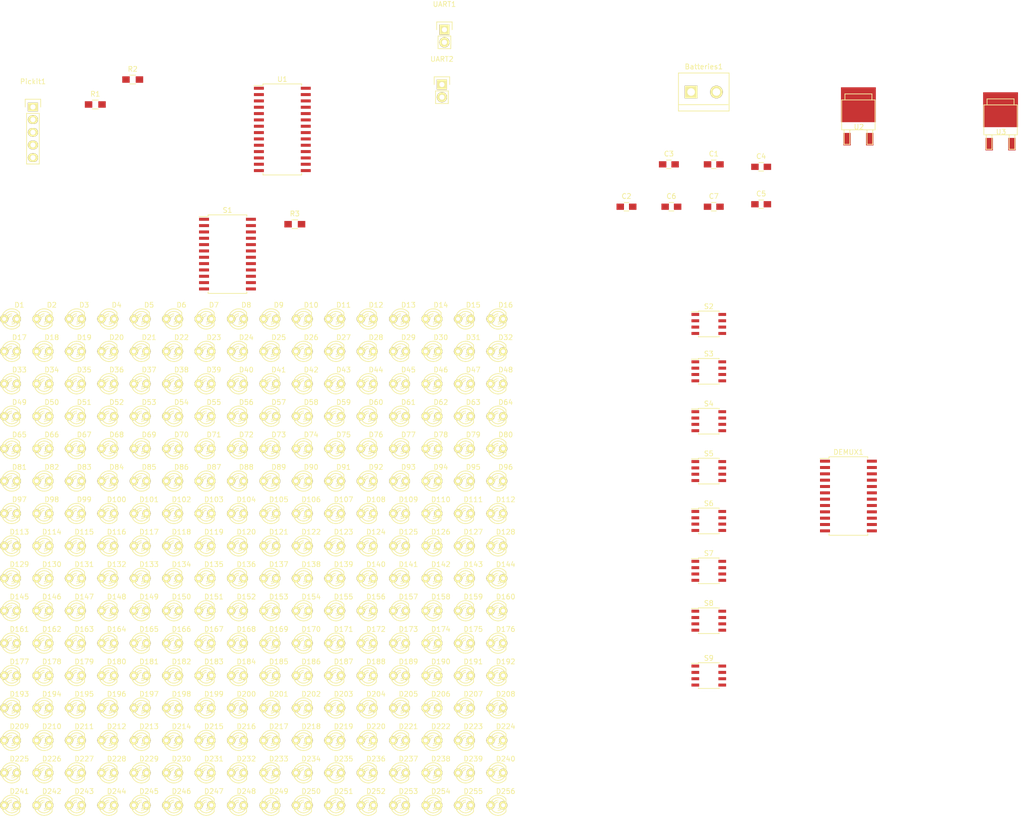
<source format=kicad_pcb>
(kicad_pcb (version 4) (host pcbnew "(2015-09-09 BZR 6175)-product")
  (layers (0 F.Cu signal) (31 B.Cu signal) (34 B.Paste user) (35 F.Paste user) (36 B.SilkS user) (37 F.SilkS user) (38 B.Mask user) (39 F.Mask user) (44 Edge.Cuts user))
  (net 0 "")
  (net 1 +12V)
  (net 2 GND)
  (net 3 "Net-(C1-Pad1)")
  (net 4 "Net-(C2-Pad1)")
  (net 5 "Net-(C3-Pad2)")
  (net 6 "Net-(D1-Pad1)")
  (net 7 "Net-(D1-Pad2)")
  (net 8 "Net-(D114-Pad2)")
  (net 9 "Net-(D115-Pad2)")
  (net 10 "Net-(D100-Pad2)")
  (net 11 "Net-(D101-Pad2)")
  (net 12 "Net-(D102-Pad2)")
  (net 13 "Net-(D103-Pad2)")
  (net 14 "Net-(D104-Pad2)")
  (net 15 "Net-(D105-Pad2)")
  (net 16 "Net-(D10-Pad2)")
  (net 17 "Net-(D107-Pad2)")
  (net 18 "Net-(D108-Pad2)")
  (net 19 "Net-(D109-Pad2)")
  (net 20 "Net-(D110-Pad2)")
  (net 21 "Net-(D111-Pad2)")
  (net 22 "Net-(D112-Pad2)")
  (net 23 "Net-(D17-Pad1)")
  (net 24 "Net-(D33-Pad1)")
  (net 25 "Net-(D49-Pad1)")
  (net 26 "Net-(D65-Pad1)")
  (net 27 "Net-(D81-Pad1)")
  (net 28 "Net-(D100-Pad1)")
  (net 29 "Net-(D113-Pad1)")
  (net 30 "Net-(D129-Pad1)")
  (net 31 "Net-(D145-Pad1)")
  (net 32 "Net-(D161-Pad1)")
  (net 33 "Net-(D177-Pad1)")
  (net 34 "Net-(D193-Pad1)")
  (net 35 "Net-(D209-Pad1)")
  (net 36 "Net-(D225-Pad1)")
  (net 37 "Net-(D241-Pad1)")
  (net 38 "Net-(DEMUX1-Pad2)")
  (net 39 "Net-(DEMUX1-Pad3)")
  (net 40 "Net-(DEMUX1-Pad4)")
  (net 41 "Net-(DEMUX1-Pad5)")
  (net 42 "Net-(DEMUX1-Pad6)")
  (net 43 "Net-(DEMUX1-Pad7)")
  (net 44 "Net-(DEMUX1-Pad8)")
  (net 45 "Net-(DEMUX1-Pad9)")
  (net 46 RB6)
  (net 47 RB7)
  (net 48 RB9)
  (net 49 RB8)
  (net 50 RB10)
  (net 51 "Net-(DEMUX1-Pad16)")
  (net 52 "Net-(DEMUX1-Pad17)")
  (net 53 "Net-(DEMUX1-Pad18)")
  (net 54 "Net-(DEMUX1-Pad19)")
  (net 55 "Net-(DEMUX1-Pad20)")
  (net 56 "Net-(DEMUX1-Pad21)")
  (net 57 "Net-(DEMUX1-Pad22)")
  (net 58 "Net-(DEMUX1-Pad23)")
  (net 59 PGD)
  (net 60 PGC)
  (net 61 "Net-(R2-Pad2)")
  (net 62 "Net-(R3-Pad2)")
  (net 63 RB2)
  (net 64 RB3)
  (net 65 RA2)
  (net 66 RA3)
  (net 67 "Net-(S2-Pad8)")
  (net 68 "Net-(S3-Pad8)")
  (net 69 "Net-(S4-Pad8)")
  (net 70 "Net-(S5-Pad8)")
  (net 71 "Net-(S6-Pad8)")
  (net 72 "Net-(S7-Pad8)")
  (net 73 "Net-(S8-Pad8)")
  (net 74 "Net-(S9-Pad8)")
  (net 75 RA0)
  (net 76 RA1)
  (net 77 RB4)
  (net 78 "Net-(U1-Pad12)")
  (net 79 RB5)
  (net 80 RB11)
  (net 81 RB12)
  (net 82 RB13)
  (net 83 RB14)
  (net 84 RB15)
  (net 85 +5V)
  (net 86 +3.3V)
  (module LEDs:LED-3MM (layer F.Cu) (at 140.5 179)
    (fp_text reference D256 (at 1.778 -2.794) (layer F.SilkS))
    (fp_text value LED)
    (pad 1 thru_hole circle (at -1.27 0) (size 1.6764 1.6764) (drill 0.8128) (layers *.Cu *.Mask F.SilkS) (net 37 "Net-(D241-Pad1)"))
    (pad 2 thru_hole circle (at 1.27 0) (size 1.6764 1.6764) (drill 0.8128) (layers *.Cu *.Mask F.SilkS) (net 22 "Net-(D112-Pad2)"))
  )
  (module LEDs:LED-3MM (layer F.Cu) (at 134 179)
    (fp_text reference D255 (at 1.778 -2.794) (layer F.SilkS))
    (fp_text value LED)
    (pad 1 thru_hole circle (at -1.27 0) (size 1.6764 1.6764) (drill 0.8128) (layers *.Cu *.Mask F.SilkS) (net 37 "Net-(D241-Pad1)"))
    (pad 2 thru_hole circle (at 1.27 0) (size 1.6764 1.6764) (drill 0.8128) (layers *.Cu *.Mask F.SilkS) (net 21 "Net-(D111-Pad2)"))
  )
  (module LEDs:LED-3MM (layer F.Cu) (at 127.5 179)
    (fp_text reference D254 (at 1.778 -2.794) (layer F.SilkS))
    (fp_text value LED)
    (pad 1 thru_hole circle (at -1.27 0) (size 1.6764 1.6764) (drill 0.8128) (layers *.Cu *.Mask F.SilkS) (net 37 "Net-(D241-Pad1)"))
    (pad 2 thru_hole circle (at 1.27 0) (size 1.6764 1.6764) (drill 0.8128) (layers *.Cu *.Mask F.SilkS) (net 20 "Net-(D110-Pad2)"))
  )
  (module LEDs:LED-3MM (layer F.Cu) (at 121 179)
    (fp_text reference D253 (at 1.778 -2.794) (layer F.SilkS))
    (fp_text value LED)
    (pad 1 thru_hole circle (at -1.27 0) (size 1.6764 1.6764) (drill 0.8128) (layers *.Cu *.Mask F.SilkS) (net 37 "Net-(D241-Pad1)"))
    (pad 2 thru_hole circle (at 1.27 0) (size 1.6764 1.6764) (drill 0.8128) (layers *.Cu *.Mask F.SilkS) (net 19 "Net-(D109-Pad2)"))
  )
  (module LEDs:LED-3MM (layer F.Cu) (at 114.5 179)
    (fp_text reference D252 (at 1.778 -2.794) (layer F.SilkS))
    (fp_text value LED)
    (pad 1 thru_hole circle (at -1.27 0) (size 1.6764 1.6764) (drill 0.8128) (layers *.Cu *.Mask F.SilkS) (net 37 "Net-(D241-Pad1)"))
    (pad 2 thru_hole circle (at 1.27 0) (size 1.6764 1.6764) (drill 0.8128) (layers *.Cu *.Mask F.SilkS) (net 18 "Net-(D108-Pad2)"))
  )
  (module LEDs:LED-3MM (layer F.Cu) (at 108 179)
    (fp_text reference D251 (at 1.778 -2.794) (layer F.SilkS))
    (fp_text value LED)
    (pad 1 thru_hole circle (at -1.27 0) (size 1.6764 1.6764) (drill 0.8128) (layers *.Cu *.Mask F.SilkS) (net 37 "Net-(D241-Pad1)"))
    (pad 2 thru_hole circle (at 1.27 0) (size 1.6764 1.6764) (drill 0.8128) (layers *.Cu *.Mask F.SilkS) (net 17 "Net-(D107-Pad2)"))
  )
  (module LEDs:LED-3MM (layer F.Cu) (at 101.5 179)
    (fp_text reference D250 (at 1.778 -2.794) (layer F.SilkS))
    (fp_text value LED)
    (pad 1 thru_hole circle (at -1.27 0) (size 1.6764 1.6764) (drill 0.8128) (layers *.Cu *.Mask F.SilkS) (net 37 "Net-(D241-Pad1)"))
    (pad 2 thru_hole circle (at 1.27 0) (size 1.6764 1.6764) (drill 0.8128) (layers *.Cu *.Mask F.SilkS) (net 16 "Net-(D10-Pad2)"))
  )
  (module LEDs:LED-3MM (layer F.Cu) (at 95 179)
    (fp_text reference D249 (at 1.778 -2.794) (layer F.SilkS))
    (fp_text value LED)
    (pad 1 thru_hole circle (at -1.27 0) (size 1.6764 1.6764) (drill 0.8128) (layers *.Cu *.Mask F.SilkS) (net 37 "Net-(D241-Pad1)"))
    (pad 2 thru_hole circle (at 1.27 0) (size 1.6764 1.6764) (drill 0.8128) (layers *.Cu *.Mask F.SilkS) (net 15 "Net-(D105-Pad2)"))
  )
  (module LEDs:LED-3MM (layer F.Cu) (at 88.5 179)
    (fp_text reference D248 (at 1.778 -2.794) (layer F.SilkS))
    (fp_text value LED)
    (pad 1 thru_hole circle (at -1.27 0) (size 1.6764 1.6764) (drill 0.8128) (layers *.Cu *.Mask F.SilkS) (net 37 "Net-(D241-Pad1)"))
    (pad 2 thru_hole circle (at 1.27 0) (size 1.6764 1.6764) (drill 0.8128) (layers *.Cu *.Mask F.SilkS) (net 14 "Net-(D104-Pad2)"))
  )
  (module LEDs:LED-3MM (layer F.Cu) (at 82 179)
    (fp_text reference D247 (at 1.778 -2.794) (layer F.SilkS))
    (fp_text value LED)
    (pad 1 thru_hole circle (at -1.27 0) (size 1.6764 1.6764) (drill 0.8128) (layers *.Cu *.Mask F.SilkS) (net 37 "Net-(D241-Pad1)"))
    (pad 2 thru_hole circle (at 1.27 0) (size 1.6764 1.6764) (drill 0.8128) (layers *.Cu *.Mask F.SilkS) (net 13 "Net-(D103-Pad2)"))
  )
  (module LEDs:LED-3MM (layer F.Cu) (at 75.5 179)
    (fp_text reference D246 (at 1.778 -2.794) (layer F.SilkS))
    (fp_text value LED)
    (pad 1 thru_hole circle (at -1.27 0) (size 1.6764 1.6764) (drill 0.8128) (layers *.Cu *.Mask F.SilkS) (net 37 "Net-(D241-Pad1)"))
    (pad 2 thru_hole circle (at 1.27 0) (size 1.6764 1.6764) (drill 0.8128) (layers *.Cu *.Mask F.SilkS) (net 12 "Net-(D102-Pad2)"))
  )
  (module LEDs:LED-3MM (layer F.Cu) (at 69 179)
    (fp_text reference D245 (at 1.778 -2.794) (layer F.SilkS))
    (fp_text value LED)
    (pad 1 thru_hole circle (at -1.27 0) (size 1.6764 1.6764) (drill 0.8128) (layers *.Cu *.Mask F.SilkS) (net 37 "Net-(D241-Pad1)"))
    (pad 2 thru_hole circle (at 1.27 0) (size 1.6764 1.6764) (drill 0.8128) (layers *.Cu *.Mask F.SilkS) (net 11 "Net-(D101-Pad2)"))
  )
  (module LEDs:LED-3MM (layer F.Cu) (at 62.5 179)
    (fp_text reference D244 (at 1.778 -2.794) (layer F.SilkS))
    (fp_text value LED)
    (pad 1 thru_hole circle (at -1.27 0) (size 1.6764 1.6764) (drill 0.8128) (layers *.Cu *.Mask F.SilkS) (net 37 "Net-(D241-Pad1)"))
    (pad 2 thru_hole circle (at 1.27 0) (size 1.6764 1.6764) (drill 0.8128) (layers *.Cu *.Mask F.SilkS) (net 10 "Net-(D100-Pad2)"))
  )
  (module LEDs:LED-3MM (layer F.Cu) (at 56 179)
    (fp_text reference D243 (at 1.778 -2.794) (layer F.SilkS))
    (fp_text value LED)
    (pad 1 thru_hole circle (at -1.27 0) (size 1.6764 1.6764) (drill 0.8128) (layers *.Cu *.Mask F.SilkS) (net 37 "Net-(D241-Pad1)"))
    (pad 2 thru_hole circle (at 1.27 0) (size 1.6764 1.6764) (drill 0.8128) (layers *.Cu *.Mask F.SilkS) (net 9 "Net-(D115-Pad2)"))
  )
  (module LEDs:LED-3MM (layer F.Cu) (at 49.5 179)
    (fp_text reference D242 (at 1.778 -2.794) (layer F.SilkS))
    (fp_text value LED)
    (pad 1 thru_hole circle (at -1.27 0) (size 1.6764 1.6764) (drill 0.8128) (layers *.Cu *.Mask F.SilkS) (net 37 "Net-(D241-Pad1)"))
    (pad 2 thru_hole circle (at 1.27 0) (size 1.6764 1.6764) (drill 0.8128) (layers *.Cu *.Mask F.SilkS) (net 8 "Net-(D114-Pad2)"))
  )
  (module LEDs:LED-3MM (layer F.Cu) (at 43 179)
    (fp_text reference D241 (at 1.778 -2.794) (layer F.SilkS))
    (fp_text value LED)
    (pad 1 thru_hole circle (at -1.27 0) (size 1.6764 1.6764) (drill 0.8128) (layers *.Cu *.Mask F.SilkS) (net 37 "Net-(D241-Pad1)"))
    (pad 2 thru_hole circle (at 1.27 0) (size 1.6764 1.6764) (drill 0.8128) (layers *.Cu *.Mask F.SilkS) (net 7 "Net-(D1-Pad2)"))
  )
  (module LEDs:LED-3MM (layer F.Cu) (at 140.5 172.5)
    (fp_text reference D240 (at 1.778 -2.794) (layer F.SilkS))
    (fp_text value LED)
    (pad 1 thru_hole circle (at -1.27 0) (size 1.6764 1.6764) (drill 0.8128) (layers *.Cu *.Mask F.SilkS) (net 36 "Net-(D225-Pad1)"))
    (pad 2 thru_hole circle (at 1.27 0) (size 1.6764 1.6764) (drill 0.8128) (layers *.Cu *.Mask F.SilkS) (net 22 "Net-(D112-Pad2)"))
  )
  (module LEDs:LED-3MM (layer F.Cu) (at 134 172.5)
    (fp_text reference D239 (at 1.778 -2.794) (layer F.SilkS))
    (fp_text value LED)
    (pad 1 thru_hole circle (at -1.27 0) (size 1.6764 1.6764) (drill 0.8128) (layers *.Cu *.Mask F.SilkS) (net 36 "Net-(D225-Pad1)"))
    (pad 2 thru_hole circle (at 1.27 0) (size 1.6764 1.6764) (drill 0.8128) (layers *.Cu *.Mask F.SilkS) (net 21 "Net-(D111-Pad2)"))
  )
  (module LEDs:LED-3MM (layer F.Cu) (at 127.5 172.5)
    (fp_text reference D238 (at 1.778 -2.794) (layer F.SilkS))
    (fp_text value LED)
    (pad 1 thru_hole circle (at -1.27 0) (size 1.6764 1.6764) (drill 0.8128) (layers *.Cu *.Mask F.SilkS) (net 36 "Net-(D225-Pad1)"))
    (pad 2 thru_hole circle (at 1.27 0) (size 1.6764 1.6764) (drill 0.8128) (layers *.Cu *.Mask F.SilkS) (net 20 "Net-(D110-Pad2)"))
  )
  (module LEDs:LED-3MM (layer F.Cu) (at 121 172.5)
    (fp_text reference D237 (at 1.778 -2.794) (layer F.SilkS))
    (fp_text value LED)
    (pad 1 thru_hole circle (at -1.27 0) (size 1.6764 1.6764) (drill 0.8128) (layers *.Cu *.Mask F.SilkS) (net 36 "Net-(D225-Pad1)"))
    (pad 2 thru_hole circle (at 1.27 0) (size 1.6764 1.6764) (drill 0.8128) (layers *.Cu *.Mask F.SilkS) (net 19 "Net-(D109-Pad2)"))
  )
  (module LEDs:LED-3MM (layer F.Cu) (at 114.5 172.5)
    (fp_text reference D236 (at 1.778 -2.794) (layer F.SilkS))
    (fp_text value LED)
    (pad 1 thru_hole circle (at -1.27 0) (size 1.6764 1.6764) (drill 0.8128) (layers *.Cu *.Mask F.SilkS) (net 36 "Net-(D225-Pad1)"))
    (pad 2 thru_hole circle (at 1.27 0) (size 1.6764 1.6764) (drill 0.8128) (layers *.Cu *.Mask F.SilkS) (net 18 "Net-(D108-Pad2)"))
  )
  (module LEDs:LED-3MM (layer F.Cu) (at 108 172.5)
    (fp_text reference D235 (at 1.778 -2.794) (layer F.SilkS))
    (fp_text value LED)
    (pad 1 thru_hole circle (at -1.27 0) (size 1.6764 1.6764) (drill 0.8128) (layers *.Cu *.Mask F.SilkS) (net 36 "Net-(D225-Pad1)"))
    (pad 2 thru_hole circle (at 1.27 0) (size 1.6764 1.6764) (drill 0.8128) (layers *.Cu *.Mask F.SilkS) (net 17 "Net-(D107-Pad2)"))
  )
  (module LEDs:LED-3MM (layer F.Cu) (at 101.5 172.5)
    (fp_text reference D234 (at 1.778 -2.794) (layer F.SilkS))
    (fp_text value LED)
    (pad 1 thru_hole circle (at -1.27 0) (size 1.6764 1.6764) (drill 0.8128) (layers *.Cu *.Mask F.SilkS) (net 36 "Net-(D225-Pad1)"))
    (pad 2 thru_hole circle (at 1.27 0) (size 1.6764 1.6764) (drill 0.8128) (layers *.Cu *.Mask F.SilkS) (net 16 "Net-(D10-Pad2)"))
  )
  (module LEDs:LED-3MM (layer F.Cu) (at 95 172.5)
    (fp_text reference D233 (at 1.778 -2.794) (layer F.SilkS))
    (fp_text value LED)
    (pad 1 thru_hole circle (at -1.27 0) (size 1.6764 1.6764) (drill 0.8128) (layers *.Cu *.Mask F.SilkS) (net 36 "Net-(D225-Pad1)"))
    (pad 2 thru_hole circle (at 1.27 0) (size 1.6764 1.6764) (drill 0.8128) (layers *.Cu *.Mask F.SilkS) (net 15 "Net-(D105-Pad2)"))
  )
  (module LEDs:LED-3MM (layer F.Cu) (at 88.5 172.5)
    (fp_text reference D232 (at 1.778 -2.794) (layer F.SilkS))
    (fp_text value LED)
    (pad 1 thru_hole circle (at -1.27 0) (size 1.6764 1.6764) (drill 0.8128) (layers *.Cu *.Mask F.SilkS) (net 36 "Net-(D225-Pad1)"))
    (pad 2 thru_hole circle (at 1.27 0) (size 1.6764 1.6764) (drill 0.8128) (layers *.Cu *.Mask F.SilkS) (net 14 "Net-(D104-Pad2)"))
  )
  (module LEDs:LED-3MM (layer F.Cu) (at 82 172.5)
    (fp_text reference D231 (at 1.778 -2.794) (layer F.SilkS))
    (fp_text value LED)
    (pad 1 thru_hole circle (at -1.27 0) (size 1.6764 1.6764) (drill 0.8128) (layers *.Cu *.Mask F.SilkS) (net 36 "Net-(D225-Pad1)"))
    (pad 2 thru_hole circle (at 1.27 0) (size 1.6764 1.6764) (drill 0.8128) (layers *.Cu *.Mask F.SilkS) (net 13 "Net-(D103-Pad2)"))
  )
  (module LEDs:LED-3MM (layer F.Cu) (at 75.5 172.5)
    (fp_text reference D230 (at 1.778 -2.794) (layer F.SilkS))
    (fp_text value LED)
    (pad 1 thru_hole circle (at -1.27 0) (size 1.6764 1.6764) (drill 0.8128) (layers *.Cu *.Mask F.SilkS) (net 36 "Net-(D225-Pad1)"))
    (pad 2 thru_hole circle (at 1.27 0) (size 1.6764 1.6764) (drill 0.8128) (layers *.Cu *.Mask F.SilkS) (net 12 "Net-(D102-Pad2)"))
  )
  (module LEDs:LED-3MM (layer F.Cu) (at 69 172.5)
    (fp_text reference D229 (at 1.778 -2.794) (layer F.SilkS))
    (fp_text value LED)
    (pad 1 thru_hole circle (at -1.27 0) (size 1.6764 1.6764) (drill 0.8128) (layers *.Cu *.Mask F.SilkS) (net 36 "Net-(D225-Pad1)"))
    (pad 2 thru_hole circle (at 1.27 0) (size 1.6764 1.6764) (drill 0.8128) (layers *.Cu *.Mask F.SilkS) (net 11 "Net-(D101-Pad2)"))
  )
  (module LEDs:LED-3MM (layer F.Cu) (at 62.5 172.5)
    (fp_text reference D228 (at 1.778 -2.794) (layer F.SilkS))
    (fp_text value LED)
    (pad 1 thru_hole circle (at -1.27 0) (size 1.6764 1.6764) (drill 0.8128) (layers *.Cu *.Mask F.SilkS) (net 36 "Net-(D225-Pad1)"))
    (pad 2 thru_hole circle (at 1.27 0) (size 1.6764 1.6764) (drill 0.8128) (layers *.Cu *.Mask F.SilkS) (net 10 "Net-(D100-Pad2)"))
  )
  (module LEDs:LED-3MM (layer F.Cu) (at 56 172.5)
    (fp_text reference D227 (at 1.778 -2.794) (layer F.SilkS))
    (fp_text value LED)
    (pad 1 thru_hole circle (at -1.27 0) (size 1.6764 1.6764) (drill 0.8128) (layers *.Cu *.Mask F.SilkS) (net 36 "Net-(D225-Pad1)"))
    (pad 2 thru_hole circle (at 1.27 0) (size 1.6764 1.6764) (drill 0.8128) (layers *.Cu *.Mask F.SilkS) (net 9 "Net-(D115-Pad2)"))
  )
  (module LEDs:LED-3MM (layer F.Cu) (at 49.5 172.5)
    (fp_text reference D226 (at 1.778 -2.794) (layer F.SilkS))
    (fp_text value LED)
    (pad 1 thru_hole circle (at -1.27 0) (size 1.6764 1.6764) (drill 0.8128) (layers *.Cu *.Mask F.SilkS) (net 36 "Net-(D225-Pad1)"))
    (pad 2 thru_hole circle (at 1.27 0) (size 1.6764 1.6764) (drill 0.8128) (layers *.Cu *.Mask F.SilkS) (net 8 "Net-(D114-Pad2)"))
  )
  (module LEDs:LED-3MM (layer F.Cu) (at 43 172.5)
    (fp_text reference D225 (at 1.778 -2.794) (layer F.SilkS))
    (fp_text value LED)
    (pad 1 thru_hole circle (at -1.27 0) (size 1.6764 1.6764) (drill 0.8128) (layers *.Cu *.Mask F.SilkS) (net 36 "Net-(D225-Pad1)"))
    (pad 2 thru_hole circle (at 1.27 0) (size 1.6764 1.6764) (drill 0.8128) (layers *.Cu *.Mask F.SilkS) (net 7 "Net-(D1-Pad2)"))
  )
  (module LEDs:LED-3MM (layer F.Cu) (at 140.5 166)
    (fp_text reference D224 (at 1.778 -2.794) (layer F.SilkS))
    (fp_text value LED)
    (pad 1 thru_hole circle (at -1.27 0) (size 1.6764 1.6764) (drill 0.8128) (layers *.Cu *.Mask F.SilkS) (net 35 "Net-(D209-Pad1)"))
    (pad 2 thru_hole circle (at 1.27 0) (size 1.6764 1.6764) (drill 0.8128) (layers *.Cu *.Mask F.SilkS) (net 22 "Net-(D112-Pad2)"))
  )
  (module LEDs:LED-3MM (layer F.Cu) (at 134 166)
    (fp_text reference D223 (at 1.778 -2.794) (layer F.SilkS))
    (fp_text value LED)
    (pad 1 thru_hole circle (at -1.27 0) (size 1.6764 1.6764) (drill 0.8128) (layers *.Cu *.Mask F.SilkS) (net 35 "Net-(D209-Pad1)"))
    (pad 2 thru_hole circle (at 1.27 0) (size 1.6764 1.6764) (drill 0.8128) (layers *.Cu *.Mask F.SilkS) (net 21 "Net-(D111-Pad2)"))
  )
  (module LEDs:LED-3MM (layer F.Cu) (at 127.5 166)
    (fp_text reference D222 (at 1.778 -2.794) (layer F.SilkS))
    (fp_text value LED)
    (pad 1 thru_hole circle (at -1.27 0) (size 1.6764 1.6764) (drill 0.8128) (layers *.Cu *.Mask F.SilkS) (net 35 "Net-(D209-Pad1)"))
    (pad 2 thru_hole circle (at 1.27 0) (size 1.6764 1.6764) (drill 0.8128) (layers *.Cu *.Mask F.SilkS) (net 20 "Net-(D110-Pad2)"))
  )
  (module LEDs:LED-3MM (layer F.Cu) (at 121 166)
    (fp_text reference D221 (at 1.778 -2.794) (layer F.SilkS))
    (fp_text value LED)
    (pad 1 thru_hole circle (at -1.27 0) (size 1.6764 1.6764) (drill 0.8128) (layers *.Cu *.Mask F.SilkS) (net 35 "Net-(D209-Pad1)"))
    (pad 2 thru_hole circle (at 1.27 0) (size 1.6764 1.6764) (drill 0.8128) (layers *.Cu *.Mask F.SilkS) (net 19 "Net-(D109-Pad2)"))
  )
  (module LEDs:LED-3MM (layer F.Cu) (at 114.5 166)
    (fp_text reference D220 (at 1.778 -2.794) (layer F.SilkS))
    (fp_text value LED)
    (pad 1 thru_hole circle (at -1.27 0) (size 1.6764 1.6764) (drill 0.8128) (layers *.Cu *.Mask F.SilkS) (net 35 "Net-(D209-Pad1)"))
    (pad 2 thru_hole circle (at 1.27 0) (size 1.6764 1.6764) (drill 0.8128) (layers *.Cu *.Mask F.SilkS) (net 18 "Net-(D108-Pad2)"))
  )
  (module LEDs:LED-3MM (layer F.Cu) (at 108 166)
    (fp_text reference D219 (at 1.778 -2.794) (layer F.SilkS))
    (fp_text value LED)
    (pad 1 thru_hole circle (at -1.27 0) (size 1.6764 1.6764) (drill 0.8128) (layers *.Cu *.Mask F.SilkS) (net 35 "Net-(D209-Pad1)"))
    (pad 2 thru_hole circle (at 1.27 0) (size 1.6764 1.6764) (drill 0.8128) (layers *.Cu *.Mask F.SilkS) (net 17 "Net-(D107-Pad2)"))
  )
  (module LEDs:LED-3MM (layer F.Cu) (at 101.5 166)
    (fp_text reference D218 (at 1.778 -2.794) (layer F.SilkS))
    (fp_text value LED)
    (pad 1 thru_hole circle (at -1.27 0) (size 1.6764 1.6764) (drill 0.8128) (layers *.Cu *.Mask F.SilkS) (net 35 "Net-(D209-Pad1)"))
    (pad 2 thru_hole circle (at 1.27 0) (size 1.6764 1.6764) (drill 0.8128) (layers *.Cu *.Mask F.SilkS) (net 16 "Net-(D10-Pad2)"))
  )
  (module LEDs:LED-3MM (layer F.Cu) (at 95 166)
    (fp_text reference D217 (at 1.778 -2.794) (layer F.SilkS))
    (fp_text value LED)
    (pad 1 thru_hole circle (at -1.27 0) (size 1.6764 1.6764) (drill 0.8128) (layers *.Cu *.Mask F.SilkS) (net 35 "Net-(D209-Pad1)"))
    (pad 2 thru_hole circle (at 1.27 0) (size 1.6764 1.6764) (drill 0.8128) (layers *.Cu *.Mask F.SilkS) (net 15 "Net-(D105-Pad2)"))
  )
  (module LEDs:LED-3MM (layer F.Cu) (at 88.5 166)
    (fp_text reference D216 (at 1.778 -2.794) (layer F.SilkS))
    (fp_text value LED)
    (pad 1 thru_hole circle (at -1.27 0) (size 1.6764 1.6764) (drill 0.8128) (layers *.Cu *.Mask F.SilkS) (net 35 "Net-(D209-Pad1)"))
    (pad 2 thru_hole circle (at 1.27 0) (size 1.6764 1.6764) (drill 0.8128) (layers *.Cu *.Mask F.SilkS) (net 14 "Net-(D104-Pad2)"))
  )
  (module LEDs:LED-3MM (layer F.Cu) (at 82 166)
    (fp_text reference D215 (at 1.778 -2.794) (layer F.SilkS))
    (fp_text value LED)
    (pad 1 thru_hole circle (at -1.27 0) (size 1.6764 1.6764) (drill 0.8128) (layers *.Cu *.Mask F.SilkS) (net 35 "Net-(D209-Pad1)"))
    (pad 2 thru_hole circle (at 1.27 0) (size 1.6764 1.6764) (drill 0.8128) (layers *.Cu *.Mask F.SilkS) (net 13 "Net-(D103-Pad2)"))
  )
  (module LEDs:LED-3MM (layer F.Cu) (at 75.5 166)
    (fp_text reference D214 (at 1.778 -2.794) (layer F.SilkS))
    (fp_text value LED)
    (pad 1 thru_hole circle (at -1.27 0) (size 1.6764 1.6764) (drill 0.8128) (layers *.Cu *.Mask F.SilkS) (net 35 "Net-(D209-Pad1)"))
    (pad 2 thru_hole circle (at 1.27 0) (size 1.6764 1.6764) (drill 0.8128) (layers *.Cu *.Mask F.SilkS) (net 12 "Net-(D102-Pad2)"))
  )
  (module LEDs:LED-3MM (layer F.Cu) (at 69 166)
    (fp_text reference D213 (at 1.778 -2.794) (layer F.SilkS))
    (fp_text value LED)
    (pad 1 thru_hole circle (at -1.27 0) (size 1.6764 1.6764) (drill 0.8128) (layers *.Cu *.Mask F.SilkS) (net 35 "Net-(D209-Pad1)"))
    (pad 2 thru_hole circle (at 1.27 0) (size 1.6764 1.6764) (drill 0.8128) (layers *.Cu *.Mask F.SilkS) (net 11 "Net-(D101-Pad2)"))
  )
  (module LEDs:LED-3MM (layer F.Cu) (at 62.5 166)
    (fp_text reference D212 (at 1.778 -2.794) (layer F.SilkS))
    (fp_text value LED)
    (pad 1 thru_hole circle (at -1.27 0) (size 1.6764 1.6764) (drill 0.8128) (layers *.Cu *.Mask F.SilkS) (net 35 "Net-(D209-Pad1)"))
    (pad 2 thru_hole circle (at 1.27 0) (size 1.6764 1.6764) (drill 0.8128) (layers *.Cu *.Mask F.SilkS) (net 10 "Net-(D100-Pad2)"))
  )
  (module LEDs:LED-3MM (layer F.Cu) (at 56 166)
    (fp_text reference D211 (at 1.778 -2.794) (layer F.SilkS))
    (fp_text value LED)
    (pad 1 thru_hole circle (at -1.27 0) (size 1.6764 1.6764) (drill 0.8128) (layers *.Cu *.Mask F.SilkS) (net 35 "Net-(D209-Pad1)"))
    (pad 2 thru_hole circle (at 1.27 0) (size 1.6764 1.6764) (drill 0.8128) (layers *.Cu *.Mask F.SilkS) (net 9 "Net-(D115-Pad2)"))
  )
  (module LEDs:LED-3MM (layer F.Cu) (at 49.5 166)
    (fp_text reference D210 (at 1.778 -2.794) (layer F.SilkS))
    (fp_text value LED)
    (pad 1 thru_hole circle (at -1.27 0) (size 1.6764 1.6764) (drill 0.8128) (layers *.Cu *.Mask F.SilkS) (net 35 "Net-(D209-Pad1)"))
    (pad 2 thru_hole circle (at 1.27 0) (size 1.6764 1.6764) (drill 0.8128) (layers *.Cu *.Mask F.SilkS) (net 8 "Net-(D114-Pad2)"))
  )
  (module LEDs:LED-3MM (layer F.Cu) (at 43 166)
    (fp_text reference D209 (at 1.778 -2.794) (layer F.SilkS))
    (fp_text value LED)
    (pad 1 thru_hole circle (at -1.27 0) (size 1.6764 1.6764) (drill 0.8128) (layers *.Cu *.Mask F.SilkS) (net 35 "Net-(D209-Pad1)"))
    (pad 2 thru_hole circle (at 1.27 0) (size 1.6764 1.6764) (drill 0.8128) (layers *.Cu *.Mask F.SilkS) (net 7 "Net-(D1-Pad2)"))
  )
  (module LEDs:LED-3MM (layer F.Cu) (at 140.5 159.5)
    (fp_text reference D208 (at 1.778 -2.794) (layer F.SilkS))
    (fp_text value LED)
    (pad 1 thru_hole circle (at -1.27 0) (size 1.6764 1.6764) (drill 0.8128) (layers *.Cu *.Mask F.SilkS) (net 34 "Net-(D193-Pad1)"))
    (pad 2 thru_hole circle (at 1.27 0) (size 1.6764 1.6764) (drill 0.8128) (layers *.Cu *.Mask F.SilkS) (net 22 "Net-(D112-Pad2)"))
  )
  (module LEDs:LED-3MM (layer F.Cu) (at 134 159.5)
    (fp_text reference D207 (at 1.778 -2.794) (layer F.SilkS))
    (fp_text value LED)
    (pad 1 thru_hole circle (at -1.27 0) (size 1.6764 1.6764) (drill 0.8128) (layers *.Cu *.Mask F.SilkS) (net 34 "Net-(D193-Pad1)"))
    (pad 2 thru_hole circle (at 1.27 0) (size 1.6764 1.6764) (drill 0.8128) (layers *.Cu *.Mask F.SilkS) (net 21 "Net-(D111-Pad2)"))
  )
  (module LEDs:LED-3MM (layer F.Cu) (at 127.5 159.5)
    (fp_text reference D206 (at 1.778 -2.794) (layer F.SilkS))
    (fp_text value LED)
    (pad 1 thru_hole circle (at -1.27 0) (size 1.6764 1.6764) (drill 0.8128) (layers *.Cu *.Mask F.SilkS) (net 34 "Net-(D193-Pad1)"))
    (pad 2 thru_hole circle (at 1.27 0) (size 1.6764 1.6764) (drill 0.8128) (layers *.Cu *.Mask F.SilkS) (net 20 "Net-(D110-Pad2)"))
  )
  (module LEDs:LED-3MM (layer F.Cu) (at 121 159.5)
    (fp_text reference D205 (at 1.778 -2.794) (layer F.SilkS))
    (fp_text value LED)
    (pad 1 thru_hole circle (at -1.27 0) (size 1.6764 1.6764) (drill 0.8128) (layers *.Cu *.Mask F.SilkS) (net 34 "Net-(D193-Pad1)"))
    (pad 2 thru_hole circle (at 1.27 0) (size 1.6764 1.6764) (drill 0.8128) (layers *.Cu *.Mask F.SilkS) (net 19 "Net-(D109-Pad2)"))
  )
  (module LEDs:LED-3MM (layer F.Cu) (at 114.5 159.5)
    (fp_text reference D204 (at 1.778 -2.794) (layer F.SilkS))
    (fp_text value LED)
    (pad 1 thru_hole circle (at -1.27 0) (size 1.6764 1.6764) (drill 0.8128) (layers *.Cu *.Mask F.SilkS) (net 34 "Net-(D193-Pad1)"))
    (pad 2 thru_hole circle (at 1.27 0) (size 1.6764 1.6764) (drill 0.8128) (layers *.Cu *.Mask F.SilkS) (net 18 "Net-(D108-Pad2)"))
  )
  (module LEDs:LED-3MM (layer F.Cu) (at 108 159.5)
    (fp_text reference D203 (at 1.778 -2.794) (layer F.SilkS))
    (fp_text value LED)
    (pad 1 thru_hole circle (at -1.27 0) (size 1.6764 1.6764) (drill 0.8128) (layers *.Cu *.Mask F.SilkS) (net 34 "Net-(D193-Pad1)"))
    (pad 2 thru_hole circle (at 1.27 0) (size 1.6764 1.6764) (drill 0.8128) (layers *.Cu *.Mask F.SilkS) (net 17 "Net-(D107-Pad2)"))
  )
  (module LEDs:LED-3MM (layer F.Cu) (at 101.5 159.5)
    (fp_text reference D202 (at 1.778 -2.794) (layer F.SilkS))
    (fp_text value LED)
    (pad 1 thru_hole circle (at -1.27 0) (size 1.6764 1.6764) (drill 0.8128) (layers *.Cu *.Mask F.SilkS) (net 34 "Net-(D193-Pad1)"))
    (pad 2 thru_hole circle (at 1.27 0) (size 1.6764 1.6764) (drill 0.8128) (layers *.Cu *.Mask F.SilkS) (net 16 "Net-(D10-Pad2)"))
  )
  (module LEDs:LED-3MM (layer F.Cu) (at 95 159.5)
    (fp_text reference D201 (at 1.778 -2.794) (layer F.SilkS))
    (fp_text value LED)
    (pad 1 thru_hole circle (at -1.27 0) (size 1.6764 1.6764) (drill 0.8128) (layers *.Cu *.Mask F.SilkS) (net 34 "Net-(D193-Pad1)"))
    (pad 2 thru_hole circle (at 1.27 0) (size 1.6764 1.6764) (drill 0.8128) (layers *.Cu *.Mask F.SilkS) (net 15 "Net-(D105-Pad2)"))
  )
  (module LEDs:LED-3MM (layer F.Cu) (at 88.5 159.5)
    (fp_text reference D200 (at 1.778 -2.794) (layer F.SilkS))
    (fp_text value LED)
    (pad 1 thru_hole circle (at -1.27 0) (size 1.6764 1.6764) (drill 0.8128) (layers *.Cu *.Mask F.SilkS) (net 34 "Net-(D193-Pad1)"))
    (pad 2 thru_hole circle (at 1.27 0) (size 1.6764 1.6764) (drill 0.8128) (layers *.Cu *.Mask F.SilkS) (net 14 "Net-(D104-Pad2)"))
  )
  (module LEDs:LED-3MM (layer F.Cu) (at 82 159.5)
    (fp_text reference D199 (at 1.778 -2.794) (layer F.SilkS))
    (fp_text value LED)
    (pad 1 thru_hole circle (at -1.27 0) (size 1.6764 1.6764) (drill 0.8128) (layers *.Cu *.Mask F.SilkS) (net 34 "Net-(D193-Pad1)"))
    (pad 2 thru_hole circle (at 1.27 0) (size 1.6764 1.6764) (drill 0.8128) (layers *.Cu *.Mask F.SilkS) (net 13 "Net-(D103-Pad2)"))
  )
  (module LEDs:LED-3MM (layer F.Cu) (at 75.5 159.5)
    (fp_text reference D198 (at 1.778 -2.794) (layer F.SilkS))
    (fp_text value LED)
    (pad 1 thru_hole circle (at -1.27 0) (size 1.6764 1.6764) (drill 0.8128) (layers *.Cu *.Mask F.SilkS) (net 34 "Net-(D193-Pad1)"))
    (pad 2 thru_hole circle (at 1.27 0) (size 1.6764 1.6764) (drill 0.8128) (layers *.Cu *.Mask F.SilkS) (net 12 "Net-(D102-Pad2)"))
  )
  (module LEDs:LED-3MM (layer F.Cu) (at 69 159.5)
    (fp_text reference D197 (at 1.778 -2.794) (layer F.SilkS))
    (fp_text value LED)
    (pad 1 thru_hole circle (at -1.27 0) (size 1.6764 1.6764) (drill 0.8128) (layers *.Cu *.Mask F.SilkS) (net 34 "Net-(D193-Pad1)"))
    (pad 2 thru_hole circle (at 1.27 0) (size 1.6764 1.6764) (drill 0.8128) (layers *.Cu *.Mask F.SilkS) (net 11 "Net-(D101-Pad2)"))
  )
  (module LEDs:LED-3MM (layer F.Cu) (at 62.5 159.5)
    (fp_text reference D196 (at 1.778 -2.794) (layer F.SilkS))
    (fp_text value LED)
    (pad 1 thru_hole circle (at -1.27 0) (size 1.6764 1.6764) (drill 0.8128) (layers *.Cu *.Mask F.SilkS) (net 34 "Net-(D193-Pad1)"))
    (pad 2 thru_hole circle (at 1.27 0) (size 1.6764 1.6764) (drill 0.8128) (layers *.Cu *.Mask F.SilkS) (net 10 "Net-(D100-Pad2)"))
  )
  (module LEDs:LED-3MM (layer F.Cu) (at 56 159.5)
    (fp_text reference D195 (at 1.778 -2.794) (layer F.SilkS))
    (fp_text value LED)
    (pad 1 thru_hole circle (at -1.27 0) (size 1.6764 1.6764) (drill 0.8128) (layers *.Cu *.Mask F.SilkS) (net 34 "Net-(D193-Pad1)"))
    (pad 2 thru_hole circle (at 1.27 0) (size 1.6764 1.6764) (drill 0.8128) (layers *.Cu *.Mask F.SilkS) (net 9 "Net-(D115-Pad2)"))
  )
  (module LEDs:LED-3MM (layer F.Cu) (at 49.5 159.5)
    (fp_text reference D194 (at 1.778 -2.794) (layer F.SilkS))
    (fp_text value LED)
    (pad 1 thru_hole circle (at -1.27 0) (size 1.6764 1.6764) (drill 0.8128) (layers *.Cu *.Mask F.SilkS) (net 34 "Net-(D193-Pad1)"))
    (pad 2 thru_hole circle (at 1.27 0) (size 1.6764 1.6764) (drill 0.8128) (layers *.Cu *.Mask F.SilkS) (net 8 "Net-(D114-Pad2)"))
  )
  (module LEDs:LED-3MM (layer F.Cu) (at 43 159.5)
    (fp_text reference D193 (at 1.778 -2.794) (layer F.SilkS))
    (fp_text value LED)
    (pad 1 thru_hole circle (at -1.27 0) (size 1.6764 1.6764) (drill 0.8128) (layers *.Cu *.Mask F.SilkS) (net 34 "Net-(D193-Pad1)"))
    (pad 2 thru_hole circle (at 1.27 0) (size 1.6764 1.6764) (drill 0.8128) (layers *.Cu *.Mask F.SilkS) (net 7 "Net-(D1-Pad2)"))
  )
  (module LEDs:LED-3MM (layer F.Cu) (at 140.5 153)
    (fp_text reference D192 (at 1.778 -2.794) (layer F.SilkS))
    (fp_text value LED)
    (pad 1 thru_hole circle (at -1.27 0) (size 1.6764 1.6764) (drill 0.8128) (layers *.Cu *.Mask F.SilkS) (net 33 "Net-(D177-Pad1)"))
    (pad 2 thru_hole circle (at 1.27 0) (size 1.6764 1.6764) (drill 0.8128) (layers *.Cu *.Mask F.SilkS) (net 22 "Net-(D112-Pad2)"))
  )
  (module LEDs:LED-3MM (layer F.Cu) (at 134 153)
    (fp_text reference D191 (at 1.778 -2.794) (layer F.SilkS))
    (fp_text value LED)
    (pad 1 thru_hole circle (at -1.27 0) (size 1.6764 1.6764) (drill 0.8128) (layers *.Cu *.Mask F.SilkS) (net 33 "Net-(D177-Pad1)"))
    (pad 2 thru_hole circle (at 1.27 0) (size 1.6764 1.6764) (drill 0.8128) (layers *.Cu *.Mask F.SilkS) (net 21 "Net-(D111-Pad2)"))
  )
  (module LEDs:LED-3MM (layer F.Cu) (at 127.5 153)
    (fp_text reference D190 (at 1.778 -2.794) (layer F.SilkS))
    (fp_text value LED)
    (pad 1 thru_hole circle (at -1.27 0) (size 1.6764 1.6764) (drill 0.8128) (layers *.Cu *.Mask F.SilkS) (net 33 "Net-(D177-Pad1)"))
    (pad 2 thru_hole circle (at 1.27 0) (size 1.6764 1.6764) (drill 0.8128) (layers *.Cu *.Mask F.SilkS) (net 20 "Net-(D110-Pad2)"))
  )
  (module LEDs:LED-3MM (layer F.Cu) (at 121 153)
    (fp_text reference D189 (at 1.778 -2.794) (layer F.SilkS))
    (fp_text value LED)
    (pad 1 thru_hole circle (at -1.27 0) (size 1.6764 1.6764) (drill 0.8128) (layers *.Cu *.Mask F.SilkS) (net 33 "Net-(D177-Pad1)"))
    (pad 2 thru_hole circle (at 1.27 0) (size 1.6764 1.6764) (drill 0.8128) (layers *.Cu *.Mask F.SilkS) (net 19 "Net-(D109-Pad2)"))
  )
  (module LEDs:LED-3MM (layer F.Cu) (at 114.5 153)
    (fp_text reference D188 (at 1.778 -2.794) (layer F.SilkS))
    (fp_text value LED)
    (pad 1 thru_hole circle (at -1.27 0) (size 1.6764 1.6764) (drill 0.8128) (layers *.Cu *.Mask F.SilkS) (net 33 "Net-(D177-Pad1)"))
    (pad 2 thru_hole circle (at 1.27 0) (size 1.6764 1.6764) (drill 0.8128) (layers *.Cu *.Mask F.SilkS) (net 18 "Net-(D108-Pad2)"))
  )
  (module LEDs:LED-3MM (layer F.Cu) (at 108 153)
    (fp_text reference D187 (at 1.778 -2.794) (layer F.SilkS))
    (fp_text value LED)
    (pad 1 thru_hole circle (at -1.27 0) (size 1.6764 1.6764) (drill 0.8128) (layers *.Cu *.Mask F.SilkS) (net 33 "Net-(D177-Pad1)"))
    (pad 2 thru_hole circle (at 1.27 0) (size 1.6764 1.6764) (drill 0.8128) (layers *.Cu *.Mask F.SilkS) (net 17 "Net-(D107-Pad2)"))
  )
  (module LEDs:LED-3MM (layer F.Cu) (at 101.5 153)
    (fp_text reference D186 (at 1.778 -2.794) (layer F.SilkS))
    (fp_text value LED)
    (pad 1 thru_hole circle (at -1.27 0) (size 1.6764 1.6764) (drill 0.8128) (layers *.Cu *.Mask F.SilkS) (net 33 "Net-(D177-Pad1)"))
    (pad 2 thru_hole circle (at 1.27 0) (size 1.6764 1.6764) (drill 0.8128) (layers *.Cu *.Mask F.SilkS) (net 16 "Net-(D10-Pad2)"))
  )
  (module LEDs:LED-3MM (layer F.Cu) (at 95 153)
    (fp_text reference D185 (at 1.778 -2.794) (layer F.SilkS))
    (fp_text value LED)
    (pad 1 thru_hole circle (at -1.27 0) (size 1.6764 1.6764) (drill 0.8128) (layers *.Cu *.Mask F.SilkS) (net 33 "Net-(D177-Pad1)"))
    (pad 2 thru_hole circle (at 1.27 0) (size 1.6764 1.6764) (drill 0.8128) (layers *.Cu *.Mask F.SilkS) (net 15 "Net-(D105-Pad2)"))
  )
  (module LEDs:LED-3MM (layer F.Cu) (at 88.5 153)
    (fp_text reference D184 (at 1.778 -2.794) (layer F.SilkS))
    (fp_text value LED)
    (pad 1 thru_hole circle (at -1.27 0) (size 1.6764 1.6764) (drill 0.8128) (layers *.Cu *.Mask F.SilkS) (net 33 "Net-(D177-Pad1)"))
    (pad 2 thru_hole circle (at 1.27 0) (size 1.6764 1.6764) (drill 0.8128) (layers *.Cu *.Mask F.SilkS) (net 14 "Net-(D104-Pad2)"))
  )
  (module LEDs:LED-3MM (layer F.Cu) (at 82 153)
    (fp_text reference D183 (at 1.778 -2.794) (layer F.SilkS))
    (fp_text value LED)
    (pad 1 thru_hole circle (at -1.27 0) (size 1.6764 1.6764) (drill 0.8128) (layers *.Cu *.Mask F.SilkS) (net 33 "Net-(D177-Pad1)"))
    (pad 2 thru_hole circle (at 1.27 0) (size 1.6764 1.6764) (drill 0.8128) (layers *.Cu *.Mask F.SilkS) (net 13 "Net-(D103-Pad2)"))
  )
  (module LEDs:LED-3MM (layer F.Cu) (at 75.5 153)
    (fp_text reference D182 (at 1.778 -2.794) (layer F.SilkS))
    (fp_text value LED)
    (pad 1 thru_hole circle (at -1.27 0) (size 1.6764 1.6764) (drill 0.8128) (layers *.Cu *.Mask F.SilkS) (net 33 "Net-(D177-Pad1)"))
    (pad 2 thru_hole circle (at 1.27 0) (size 1.6764 1.6764) (drill 0.8128) (layers *.Cu *.Mask F.SilkS) (net 12 "Net-(D102-Pad2)"))
  )
  (module LEDs:LED-3MM (layer F.Cu) (at 69 153)
    (fp_text reference D181 (at 1.778 -2.794) (layer F.SilkS))
    (fp_text value LED)
    (pad 1 thru_hole circle (at -1.27 0) (size 1.6764 1.6764) (drill 0.8128) (layers *.Cu *.Mask F.SilkS) (net 33 "Net-(D177-Pad1)"))
    (pad 2 thru_hole circle (at 1.27 0) (size 1.6764 1.6764) (drill 0.8128) (layers *.Cu *.Mask F.SilkS) (net 11 "Net-(D101-Pad2)"))
  )
  (module LEDs:LED-3MM (layer F.Cu) (at 62.5 153)
    (fp_text reference D180 (at 1.778 -2.794) (layer F.SilkS))
    (fp_text value LED)
    (pad 1 thru_hole circle (at -1.27 0) (size 1.6764 1.6764) (drill 0.8128) (layers *.Cu *.Mask F.SilkS) (net 33 "Net-(D177-Pad1)"))
    (pad 2 thru_hole circle (at 1.27 0) (size 1.6764 1.6764) (drill 0.8128) (layers *.Cu *.Mask F.SilkS) (net 10 "Net-(D100-Pad2)"))
  )
  (module LEDs:LED-3MM (layer F.Cu) (at 56 153)
    (fp_text reference D179 (at 1.778 -2.794) (layer F.SilkS))
    (fp_text value LED)
    (pad 1 thru_hole circle (at -1.27 0) (size 1.6764 1.6764) (drill 0.8128) (layers *.Cu *.Mask F.SilkS) (net 33 "Net-(D177-Pad1)"))
    (pad 2 thru_hole circle (at 1.27 0) (size 1.6764 1.6764) (drill 0.8128) (layers *.Cu *.Mask F.SilkS) (net 9 "Net-(D115-Pad2)"))
  )
  (module LEDs:LED-3MM (layer F.Cu) (at 49.5 153)
    (fp_text reference D178 (at 1.778 -2.794) (layer F.SilkS))
    (fp_text value LED)
    (pad 1 thru_hole circle (at -1.27 0) (size 1.6764 1.6764) (drill 0.8128) (layers *.Cu *.Mask F.SilkS) (net 33 "Net-(D177-Pad1)"))
    (pad 2 thru_hole circle (at 1.27 0) (size 1.6764 1.6764) (drill 0.8128) (layers *.Cu *.Mask F.SilkS) (net 8 "Net-(D114-Pad2)"))
  )
  (module LEDs:LED-3MM (layer F.Cu) (at 43 153)
    (fp_text reference D177 (at 1.778 -2.794) (layer F.SilkS))
    (fp_text value LED)
    (pad 1 thru_hole circle (at -1.27 0) (size 1.6764 1.6764) (drill 0.8128) (layers *.Cu *.Mask F.SilkS) (net 33 "Net-(D177-Pad1)"))
    (pad 2 thru_hole circle (at 1.27 0) (size 1.6764 1.6764) (drill 0.8128) (layers *.Cu *.Mask F.SilkS) (net 7 "Net-(D1-Pad2)"))
  )
  (module LEDs:LED-3MM (layer F.Cu) (at 140.5 146.5)
    (fp_text reference D176 (at 1.778 -2.794) (layer F.SilkS))
    (fp_text value LED)
    (pad 1 thru_hole circle (at -1.27 0) (size 1.6764 1.6764) (drill 0.8128) (layers *.Cu *.Mask F.SilkS) (net 32 "Net-(D161-Pad1)"))
    (pad 2 thru_hole circle (at 1.27 0) (size 1.6764 1.6764) (drill 0.8128) (layers *.Cu *.Mask F.SilkS) (net 22 "Net-(D112-Pad2)"))
  )
  (module LEDs:LED-3MM (layer F.Cu) (at 134 146.5)
    (fp_text reference D175 (at 1.778 -2.794) (layer F.SilkS))
    (fp_text value LED)
    (pad 1 thru_hole circle (at -1.27 0) (size 1.6764 1.6764) (drill 0.8128) (layers *.Cu *.Mask F.SilkS) (net 32 "Net-(D161-Pad1)"))
    (pad 2 thru_hole circle (at 1.27 0) (size 1.6764 1.6764) (drill 0.8128) (layers *.Cu *.Mask F.SilkS) (net 21 "Net-(D111-Pad2)"))
  )
  (module LEDs:LED-3MM (layer F.Cu) (at 127.5 146.5)
    (fp_text reference D174 (at 1.778 -2.794) (layer F.SilkS))
    (fp_text value LED)
    (pad 1 thru_hole circle (at -1.27 0) (size 1.6764 1.6764) (drill 0.8128) (layers *.Cu *.Mask F.SilkS) (net 32 "Net-(D161-Pad1)"))
    (pad 2 thru_hole circle (at 1.27 0) (size 1.6764 1.6764) (drill 0.8128) (layers *.Cu *.Mask F.SilkS) (net 20 "Net-(D110-Pad2)"))
  )
  (module LEDs:LED-3MM (layer F.Cu) (at 121 146.5)
    (fp_text reference D173 (at 1.778 -2.794) (layer F.SilkS))
    (fp_text value LED)
    (pad 1 thru_hole circle (at -1.27 0) (size 1.6764 1.6764) (drill 0.8128) (layers *.Cu *.Mask F.SilkS) (net 32 "Net-(D161-Pad1)"))
    (pad 2 thru_hole circle (at 1.27 0) (size 1.6764 1.6764) (drill 0.8128) (layers *.Cu *.Mask F.SilkS) (net 19 "Net-(D109-Pad2)"))
  )
  (module LEDs:LED-3MM (layer F.Cu) (at 114.5 146.5)
    (fp_text reference D172 (at 1.778 -2.794) (layer F.SilkS))
    (fp_text value LED)
    (pad 1 thru_hole circle (at -1.27 0) (size 1.6764 1.6764) (drill 0.8128) (layers *.Cu *.Mask F.SilkS) (net 32 "Net-(D161-Pad1)"))
    (pad 2 thru_hole circle (at 1.27 0) (size 1.6764 1.6764) (drill 0.8128) (layers *.Cu *.Mask F.SilkS) (net 18 "Net-(D108-Pad2)"))
  )
  (module LEDs:LED-3MM (layer F.Cu) (at 108 146.5)
    (fp_text reference D171 (at 1.778 -2.794) (layer F.SilkS))
    (fp_text value LED)
    (pad 1 thru_hole circle (at -1.27 0) (size 1.6764 1.6764) (drill 0.8128) (layers *.Cu *.Mask F.SilkS) (net 32 "Net-(D161-Pad1)"))
    (pad 2 thru_hole circle (at 1.27 0) (size 1.6764 1.6764) (drill 0.8128) (layers *.Cu *.Mask F.SilkS) (net 17 "Net-(D107-Pad2)"))
  )
  (module LEDs:LED-3MM (layer F.Cu) (at 101.5 146.5)
    (fp_text reference D170 (at 1.778 -2.794) (layer F.SilkS))
    (fp_text value LED)
    (pad 1 thru_hole circle (at -1.27 0) (size 1.6764 1.6764) (drill 0.8128) (layers *.Cu *.Mask F.SilkS) (net 32 "Net-(D161-Pad1)"))
    (pad 2 thru_hole circle (at 1.27 0) (size 1.6764 1.6764) (drill 0.8128) (layers *.Cu *.Mask F.SilkS) (net 16 "Net-(D10-Pad2)"))
  )
  (module LEDs:LED-3MM (layer F.Cu) (at 95 146.5)
    (fp_text reference D169 (at 1.778 -2.794) (layer F.SilkS))
    (fp_text value LED)
    (pad 1 thru_hole circle (at -1.27 0) (size 1.6764 1.6764) (drill 0.8128) (layers *.Cu *.Mask F.SilkS) (net 32 "Net-(D161-Pad1)"))
    (pad 2 thru_hole circle (at 1.27 0) (size 1.6764 1.6764) (drill 0.8128) (layers *.Cu *.Mask F.SilkS) (net 15 "Net-(D105-Pad2)"))
  )
  (module LEDs:LED-3MM (layer F.Cu) (at 88.5 146.5)
    (fp_text reference D168 (at 1.778 -2.794) (layer F.SilkS))
    (fp_text value LED)
    (pad 1 thru_hole circle (at -1.27 0) (size 1.6764 1.6764) (drill 0.8128) (layers *.Cu *.Mask F.SilkS) (net 32 "Net-(D161-Pad1)"))
    (pad 2 thru_hole circle (at 1.27 0) (size 1.6764 1.6764) (drill 0.8128) (layers *.Cu *.Mask F.SilkS) (net 14 "Net-(D104-Pad2)"))
  )
  (module LEDs:LED-3MM (layer F.Cu) (at 82 146.5)
    (fp_text reference D167 (at 1.778 -2.794) (layer F.SilkS))
    (fp_text value LED)
    (pad 1 thru_hole circle (at -1.27 0) (size 1.6764 1.6764) (drill 0.8128) (layers *.Cu *.Mask F.SilkS) (net 32 "Net-(D161-Pad1)"))
    (pad 2 thru_hole circle (at 1.27 0) (size 1.6764 1.6764) (drill 0.8128) (layers *.Cu *.Mask F.SilkS) (net 13 "Net-(D103-Pad2)"))
  )
  (module LEDs:LED-3MM (layer F.Cu) (at 75.5 146.5)
    (fp_text reference D166 (at 1.778 -2.794) (layer F.SilkS))
    (fp_text value LED)
    (pad 1 thru_hole circle (at -1.27 0) (size 1.6764 1.6764) (drill 0.8128) (layers *.Cu *.Mask F.SilkS) (net 32 "Net-(D161-Pad1)"))
    (pad 2 thru_hole circle (at 1.27 0) (size 1.6764 1.6764) (drill 0.8128) (layers *.Cu *.Mask F.SilkS) (net 12 "Net-(D102-Pad2)"))
  )
  (module LEDs:LED-3MM (layer F.Cu) (at 69 146.5)
    (fp_text reference D165 (at 1.778 -2.794) (layer F.SilkS))
    (fp_text value LED)
    (pad 1 thru_hole circle (at -1.27 0) (size 1.6764 1.6764) (drill 0.8128) (layers *.Cu *.Mask F.SilkS) (net 32 "Net-(D161-Pad1)"))
    (pad 2 thru_hole circle (at 1.27 0) (size 1.6764 1.6764) (drill 0.8128) (layers *.Cu *.Mask F.SilkS) (net 11 "Net-(D101-Pad2)"))
  )
  (module LEDs:LED-3MM (layer F.Cu) (at 62.5 146.5)
    (fp_text reference D164 (at 1.778 -2.794) (layer F.SilkS))
    (fp_text value LED)
    (pad 1 thru_hole circle (at -1.27 0) (size 1.6764 1.6764) (drill 0.8128) (layers *.Cu *.Mask F.SilkS) (net 32 "Net-(D161-Pad1)"))
    (pad 2 thru_hole circle (at 1.27 0) (size 1.6764 1.6764) (drill 0.8128) (layers *.Cu *.Mask F.SilkS) (net 10 "Net-(D100-Pad2)"))
  )
  (module LEDs:LED-3MM (layer F.Cu) (at 56 146.5)
    (fp_text reference D163 (at 1.778 -2.794) (layer F.SilkS))
    (fp_text value LED)
    (pad 1 thru_hole circle (at -1.27 0) (size 1.6764 1.6764) (drill 0.8128) (layers *.Cu *.Mask F.SilkS) (net 32 "Net-(D161-Pad1)"))
    (pad 2 thru_hole circle (at 1.27 0) (size 1.6764 1.6764) (drill 0.8128) (layers *.Cu *.Mask F.SilkS) (net 9 "Net-(D115-Pad2)"))
  )
  (module LEDs:LED-3MM (layer F.Cu) (at 49.5 146.5)
    (fp_text reference D162 (at 1.778 -2.794) (layer F.SilkS))
    (fp_text value LED)
    (pad 1 thru_hole circle (at -1.27 0) (size 1.6764 1.6764) (drill 0.8128) (layers *.Cu *.Mask F.SilkS) (net 32 "Net-(D161-Pad1)"))
    (pad 2 thru_hole circle (at 1.27 0) (size 1.6764 1.6764) (drill 0.8128) (layers *.Cu *.Mask F.SilkS) (net 8 "Net-(D114-Pad2)"))
  )
  (module LEDs:LED-3MM (layer F.Cu) (at 43 146.5)
    (fp_text reference D161 (at 1.778 -2.794) (layer F.SilkS))
    (fp_text value LED)
    (pad 1 thru_hole circle (at -1.27 0) (size 1.6764 1.6764) (drill 0.8128) (layers *.Cu *.Mask F.SilkS) (net 32 "Net-(D161-Pad1)"))
    (pad 2 thru_hole circle (at 1.27 0) (size 1.6764 1.6764) (drill 0.8128) (layers *.Cu *.Mask F.SilkS) (net 7 "Net-(D1-Pad2)"))
  )
  (module LEDs:LED-3MM (layer F.Cu) (at 140.5 140)
    (fp_text reference D160 (at 1.778 -2.794) (layer F.SilkS))
    (fp_text value LED)
    (pad 1 thru_hole circle (at -1.27 0) (size 1.6764 1.6764) (drill 0.8128) (layers *.Cu *.Mask F.SilkS) (net 31 "Net-(D145-Pad1)"))
    (pad 2 thru_hole circle (at 1.27 0) (size 1.6764 1.6764) (drill 0.8128) (layers *.Cu *.Mask F.SilkS) (net 22 "Net-(D112-Pad2)"))
  )
  (module LEDs:LED-3MM (layer F.Cu) (at 134 140)
    (fp_text reference D159 (at 1.778 -2.794) (layer F.SilkS))
    (fp_text value LED)
    (pad 1 thru_hole circle (at -1.27 0) (size 1.6764 1.6764) (drill 0.8128) (layers *.Cu *.Mask F.SilkS) (net 31 "Net-(D145-Pad1)"))
    (pad 2 thru_hole circle (at 1.27 0) (size 1.6764 1.6764) (drill 0.8128) (layers *.Cu *.Mask F.SilkS) (net 21 "Net-(D111-Pad2)"))
  )
  (module LEDs:LED-3MM (layer F.Cu) (at 127.5 140)
    (fp_text reference D158 (at 1.778 -2.794) (layer F.SilkS))
    (fp_text value LED)
    (pad 1 thru_hole circle (at -1.27 0) (size 1.6764 1.6764) (drill 0.8128) (layers *.Cu *.Mask F.SilkS) (net 31 "Net-(D145-Pad1)"))
    (pad 2 thru_hole circle (at 1.27 0) (size 1.6764 1.6764) (drill 0.8128) (layers *.Cu *.Mask F.SilkS) (net 20 "Net-(D110-Pad2)"))
  )
  (module LEDs:LED-3MM (layer F.Cu) (at 121 140)
    (fp_text reference D157 (at 1.778 -2.794) (layer F.SilkS))
    (fp_text value LED)
    (pad 1 thru_hole circle (at -1.27 0) (size 1.6764 1.6764) (drill 0.8128) (layers *.Cu *.Mask F.SilkS) (net 31 "Net-(D145-Pad1)"))
    (pad 2 thru_hole circle (at 1.27 0) (size 1.6764 1.6764) (drill 0.8128) (layers *.Cu *.Mask F.SilkS) (net 19 "Net-(D109-Pad2)"))
  )
  (module LEDs:LED-3MM (layer F.Cu) (at 114.5 140)
    (fp_text reference D156 (at 1.778 -2.794) (layer F.SilkS))
    (fp_text value LED)
    (pad 1 thru_hole circle (at -1.27 0) (size 1.6764 1.6764) (drill 0.8128) (layers *.Cu *.Mask F.SilkS) (net 31 "Net-(D145-Pad1)"))
    (pad 2 thru_hole circle (at 1.27 0) (size 1.6764 1.6764) (drill 0.8128) (layers *.Cu *.Mask F.SilkS) (net 18 "Net-(D108-Pad2)"))
  )
  (module LEDs:LED-3MM (layer F.Cu) (at 108 140)
    (fp_text reference D155 (at 1.778 -2.794) (layer F.SilkS))
    (fp_text value LED)
    (pad 1 thru_hole circle (at -1.27 0) (size 1.6764 1.6764) (drill 0.8128) (layers *.Cu *.Mask F.SilkS) (net 31 "Net-(D145-Pad1)"))
    (pad 2 thru_hole circle (at 1.27 0) (size 1.6764 1.6764) (drill 0.8128) (layers *.Cu *.Mask F.SilkS) (net 17 "Net-(D107-Pad2)"))
  )
  (module LEDs:LED-3MM (layer F.Cu) (at 101.5 140)
    (fp_text reference D154 (at 1.778 -2.794) (layer F.SilkS))
    (fp_text value LED)
    (pad 1 thru_hole circle (at -1.27 0) (size 1.6764 1.6764) (drill 0.8128) (layers *.Cu *.Mask F.SilkS) (net 31 "Net-(D145-Pad1)"))
    (pad 2 thru_hole circle (at 1.27 0) (size 1.6764 1.6764) (drill 0.8128) (layers *.Cu *.Mask F.SilkS) (net 16 "Net-(D10-Pad2)"))
  )
  (module LEDs:LED-3MM (layer F.Cu) (at 95 140)
    (fp_text reference D153 (at 1.778 -2.794) (layer F.SilkS))
    (fp_text value LED)
    (pad 1 thru_hole circle (at -1.27 0) (size 1.6764 1.6764) (drill 0.8128) (layers *.Cu *.Mask F.SilkS) (net 31 "Net-(D145-Pad1)"))
    (pad 2 thru_hole circle (at 1.27 0) (size 1.6764 1.6764) (drill 0.8128) (layers *.Cu *.Mask F.SilkS) (net 15 "Net-(D105-Pad2)"))
  )
  (module LEDs:LED-3MM (layer F.Cu) (at 88.5 140)
    (fp_text reference D152 (at 1.778 -2.794) (layer F.SilkS))
    (fp_text value LED)
    (pad 1 thru_hole circle (at -1.27 0) (size 1.6764 1.6764) (drill 0.8128) (layers *.Cu *.Mask F.SilkS) (net 31 "Net-(D145-Pad1)"))
    (pad 2 thru_hole circle (at 1.27 0) (size 1.6764 1.6764) (drill 0.8128) (layers *.Cu *.Mask F.SilkS) (net 14 "Net-(D104-Pad2)"))
  )
  (module LEDs:LED-3MM (layer F.Cu) (at 82 140)
    (fp_text reference D151 (at 1.778 -2.794) (layer F.SilkS))
    (fp_text value LED)
    (pad 1 thru_hole circle (at -1.27 0) (size 1.6764 1.6764) (drill 0.8128) (layers *.Cu *.Mask F.SilkS) (net 31 "Net-(D145-Pad1)"))
    (pad 2 thru_hole circle (at 1.27 0) (size 1.6764 1.6764) (drill 0.8128) (layers *.Cu *.Mask F.SilkS) (net 13 "Net-(D103-Pad2)"))
  )
  (module LEDs:LED-3MM (layer F.Cu) (at 75.5 140)
    (fp_text reference D150 (at 1.778 -2.794) (layer F.SilkS))
    (fp_text value LED)
    (pad 1 thru_hole circle (at -1.27 0) (size 1.6764 1.6764) (drill 0.8128) (layers *.Cu *.Mask F.SilkS) (net 31 "Net-(D145-Pad1)"))
    (pad 2 thru_hole circle (at 1.27 0) (size 1.6764 1.6764) (drill 0.8128) (layers *.Cu *.Mask F.SilkS) (net 12 "Net-(D102-Pad2)"))
  )
  (module LEDs:LED-3MM (layer F.Cu) (at 69 140)
    (fp_text reference D149 (at 1.778 -2.794) (layer F.SilkS))
    (fp_text value LED)
    (pad 1 thru_hole circle (at -1.27 0) (size 1.6764 1.6764) (drill 0.8128) (layers *.Cu *.Mask F.SilkS) (net 31 "Net-(D145-Pad1)"))
    (pad 2 thru_hole circle (at 1.27 0) (size 1.6764 1.6764) (drill 0.8128) (layers *.Cu *.Mask F.SilkS) (net 11 "Net-(D101-Pad2)"))
  )
  (module LEDs:LED-3MM (layer F.Cu) (at 62.5 140)
    (fp_text reference D148 (at 1.778 -2.794) (layer F.SilkS))
    (fp_text value LED)
    (pad 1 thru_hole circle (at -1.27 0) (size 1.6764 1.6764) (drill 0.8128) (layers *.Cu *.Mask F.SilkS) (net 31 "Net-(D145-Pad1)"))
    (pad 2 thru_hole circle (at 1.27 0) (size 1.6764 1.6764) (drill 0.8128) (layers *.Cu *.Mask F.SilkS) (net 10 "Net-(D100-Pad2)"))
  )
  (module LEDs:LED-3MM (layer F.Cu) (at 56 140)
    (fp_text reference D147 (at 1.778 -2.794) (layer F.SilkS))
    (fp_text value LED)
    (pad 1 thru_hole circle (at -1.27 0) (size 1.6764 1.6764) (drill 0.8128) (layers *.Cu *.Mask F.SilkS) (net 31 "Net-(D145-Pad1)"))
    (pad 2 thru_hole circle (at 1.27 0) (size 1.6764 1.6764) (drill 0.8128) (layers *.Cu *.Mask F.SilkS) (net 9 "Net-(D115-Pad2)"))
  )
  (module LEDs:LED-3MM (layer F.Cu) (at 49.5 140)
    (fp_text reference D146 (at 1.778 -2.794) (layer F.SilkS))
    (fp_text value LED)
    (pad 1 thru_hole circle (at -1.27 0) (size 1.6764 1.6764) (drill 0.8128) (layers *.Cu *.Mask F.SilkS) (net 31 "Net-(D145-Pad1)"))
    (pad 2 thru_hole circle (at 1.27 0) (size 1.6764 1.6764) (drill 0.8128) (layers *.Cu *.Mask F.SilkS) (net 8 "Net-(D114-Pad2)"))
  )
  (module LEDs:LED-3MM (layer F.Cu) (at 43 140)
    (fp_text reference D145 (at 1.778 -2.794) (layer F.SilkS))
    (fp_text value LED)
    (pad 1 thru_hole circle (at -1.27 0) (size 1.6764 1.6764) (drill 0.8128) (layers *.Cu *.Mask F.SilkS) (net 31 "Net-(D145-Pad1)"))
    (pad 2 thru_hole circle (at 1.27 0) (size 1.6764 1.6764) (drill 0.8128) (layers *.Cu *.Mask F.SilkS) (net 7 "Net-(D1-Pad2)"))
  )
  (module LEDs:LED-3MM (layer F.Cu) (at 140.5 133.5)
    (fp_text reference D144 (at 1.778 -2.794) (layer F.SilkS))
    (fp_text value LED)
    (pad 1 thru_hole circle (at -1.27 0) (size 1.6764 1.6764) (drill 0.8128) (layers *.Cu *.Mask F.SilkS) (net 30 "Net-(D129-Pad1)"))
    (pad 2 thru_hole circle (at 1.27 0) (size 1.6764 1.6764) (drill 0.8128) (layers *.Cu *.Mask F.SilkS) (net 22 "Net-(D112-Pad2)"))
  )
  (module LEDs:LED-3MM (layer F.Cu) (at 134 133.5)
    (fp_text reference D143 (at 1.778 -2.794) (layer F.SilkS))
    (fp_text value LED)
    (pad 1 thru_hole circle (at -1.27 0) (size 1.6764 1.6764) (drill 0.8128) (layers *.Cu *.Mask F.SilkS) (net 30 "Net-(D129-Pad1)"))
    (pad 2 thru_hole circle (at 1.27 0) (size 1.6764 1.6764) (drill 0.8128) (layers *.Cu *.Mask F.SilkS) (net 21 "Net-(D111-Pad2)"))
  )
  (module LEDs:LED-3MM (layer F.Cu) (at 127.5 133.5)
    (fp_text reference D142 (at 1.778 -2.794) (layer F.SilkS))
    (fp_text value LED)
    (pad 1 thru_hole circle (at -1.27 0) (size 1.6764 1.6764) (drill 0.8128) (layers *.Cu *.Mask F.SilkS) (net 30 "Net-(D129-Pad1)"))
    (pad 2 thru_hole circle (at 1.27 0) (size 1.6764 1.6764) (drill 0.8128) (layers *.Cu *.Mask F.SilkS) (net 20 "Net-(D110-Pad2)"))
  )
  (module LEDs:LED-3MM (layer F.Cu) (at 121 133.5)
    (fp_text reference D141 (at 1.778 -2.794) (layer F.SilkS))
    (fp_text value LED)
    (pad 1 thru_hole circle (at -1.27 0) (size 1.6764 1.6764) (drill 0.8128) (layers *.Cu *.Mask F.SilkS) (net 30 "Net-(D129-Pad1)"))
    (pad 2 thru_hole circle (at 1.27 0) (size 1.6764 1.6764) (drill 0.8128) (layers *.Cu *.Mask F.SilkS) (net 19 "Net-(D109-Pad2)"))
  )
  (module LEDs:LED-3MM (layer F.Cu) (at 114.5 133.5)
    (fp_text reference D140 (at 1.778 -2.794) (layer F.SilkS))
    (fp_text value LED)
    (pad 1 thru_hole circle (at -1.27 0) (size 1.6764 1.6764) (drill 0.8128) (layers *.Cu *.Mask F.SilkS) (net 30 "Net-(D129-Pad1)"))
    (pad 2 thru_hole circle (at 1.27 0) (size 1.6764 1.6764) (drill 0.8128) (layers *.Cu *.Mask F.SilkS) (net 18 "Net-(D108-Pad2)"))
  )
  (module LEDs:LED-3MM (layer F.Cu) (at 108 133.5)
    (fp_text reference D139 (at 1.778 -2.794) (layer F.SilkS))
    (fp_text value LED)
    (pad 1 thru_hole circle (at -1.27 0) (size 1.6764 1.6764) (drill 0.8128) (layers *.Cu *.Mask F.SilkS) (net 30 "Net-(D129-Pad1)"))
    (pad 2 thru_hole circle (at 1.27 0) (size 1.6764 1.6764) (drill 0.8128) (layers *.Cu *.Mask F.SilkS) (net 17 "Net-(D107-Pad2)"))
  )
  (module LEDs:LED-3MM (layer F.Cu) (at 101.5 133.5)
    (fp_text reference D138 (at 1.778 -2.794) (layer F.SilkS))
    (fp_text value LED)
    (pad 1 thru_hole circle (at -1.27 0) (size 1.6764 1.6764) (drill 0.8128) (layers *.Cu *.Mask F.SilkS) (net 30 "Net-(D129-Pad1)"))
    (pad 2 thru_hole circle (at 1.27 0) (size 1.6764 1.6764) (drill 0.8128) (layers *.Cu *.Mask F.SilkS) (net 16 "Net-(D10-Pad2)"))
  )
  (module LEDs:LED-3MM (layer F.Cu) (at 95 133.5)
    (fp_text reference D137 (at 1.778 -2.794) (layer F.SilkS))
    (fp_text value LED)
    (pad 1 thru_hole circle (at -1.27 0) (size 1.6764 1.6764) (drill 0.8128) (layers *.Cu *.Mask F.SilkS) (net 30 "Net-(D129-Pad1)"))
    (pad 2 thru_hole circle (at 1.27 0) (size 1.6764 1.6764) (drill 0.8128) (layers *.Cu *.Mask F.SilkS) (net 15 "Net-(D105-Pad2)"))
  )
  (module LEDs:LED-3MM (layer F.Cu) (at 88.5 133.5)
    (fp_text reference D136 (at 1.778 -2.794) (layer F.SilkS))
    (fp_text value LED)
    (pad 1 thru_hole circle (at -1.27 0) (size 1.6764 1.6764) (drill 0.8128) (layers *.Cu *.Mask F.SilkS) (net 30 "Net-(D129-Pad1)"))
    (pad 2 thru_hole circle (at 1.27 0) (size 1.6764 1.6764) (drill 0.8128) (layers *.Cu *.Mask F.SilkS) (net 14 "Net-(D104-Pad2)"))
  )
  (module LEDs:LED-3MM (layer F.Cu) (at 82 133.5)
    (fp_text reference D135 (at 1.778 -2.794) (layer F.SilkS))
    (fp_text value LED)
    (pad 1 thru_hole circle (at -1.27 0) (size 1.6764 1.6764) (drill 0.8128) (layers *.Cu *.Mask F.SilkS) (net 30 "Net-(D129-Pad1)"))
    (pad 2 thru_hole circle (at 1.27 0) (size 1.6764 1.6764) (drill 0.8128) (layers *.Cu *.Mask F.SilkS) (net 13 "Net-(D103-Pad2)"))
  )
  (module LEDs:LED-3MM (layer F.Cu) (at 75.5 133.5)
    (fp_text reference D134 (at 1.778 -2.794) (layer F.SilkS))
    (fp_text value LED)
    (pad 1 thru_hole circle (at -1.27 0) (size 1.6764 1.6764) (drill 0.8128) (layers *.Cu *.Mask F.SilkS) (net 30 "Net-(D129-Pad1)"))
    (pad 2 thru_hole circle (at 1.27 0) (size 1.6764 1.6764) (drill 0.8128) (layers *.Cu *.Mask F.SilkS) (net 12 "Net-(D102-Pad2)"))
  )
  (module LEDs:LED-3MM (layer F.Cu) (at 69 133.5)
    (fp_text reference D133 (at 1.778 -2.794) (layer F.SilkS))
    (fp_text value LED)
    (pad 1 thru_hole circle (at -1.27 0) (size 1.6764 1.6764) (drill 0.8128) (layers *.Cu *.Mask F.SilkS) (net 30 "Net-(D129-Pad1)"))
    (pad 2 thru_hole circle (at 1.27 0) (size 1.6764 1.6764) (drill 0.8128) (layers *.Cu *.Mask F.SilkS) (net 11 "Net-(D101-Pad2)"))
  )
  (module LEDs:LED-3MM (layer F.Cu) (at 62.5 133.5)
    (fp_text reference D132 (at 1.778 -2.794) (layer F.SilkS))
    (fp_text value LED)
    (pad 1 thru_hole circle (at -1.27 0) (size 1.6764 1.6764) (drill 0.8128) (layers *.Cu *.Mask F.SilkS) (net 30 "Net-(D129-Pad1)"))
    (pad 2 thru_hole circle (at 1.27 0) (size 1.6764 1.6764) (drill 0.8128) (layers *.Cu *.Mask F.SilkS) (net 10 "Net-(D100-Pad2)"))
  )
  (module LEDs:LED-3MM (layer F.Cu) (at 56 133.5)
    (fp_text reference D131 (at 1.778 -2.794) (layer F.SilkS))
    (fp_text value LED)
    (pad 1 thru_hole circle (at -1.27 0) (size 1.6764 1.6764) (drill 0.8128) (layers *.Cu *.Mask F.SilkS) (net 30 "Net-(D129-Pad1)"))
    (pad 2 thru_hole circle (at 1.27 0) (size 1.6764 1.6764) (drill 0.8128) (layers *.Cu *.Mask F.SilkS) (net 9 "Net-(D115-Pad2)"))
  )
  (module LEDs:LED-3MM (layer F.Cu) (at 49.5 133.5)
    (fp_text reference D130 (at 1.778 -2.794) (layer F.SilkS))
    (fp_text value LED)
    (pad 1 thru_hole circle (at -1.27 0) (size 1.6764 1.6764) (drill 0.8128) (layers *.Cu *.Mask F.SilkS) (net 30 "Net-(D129-Pad1)"))
    (pad 2 thru_hole circle (at 1.27 0) (size 1.6764 1.6764) (drill 0.8128) (layers *.Cu *.Mask F.SilkS) (net 8 "Net-(D114-Pad2)"))
  )
  (module LEDs:LED-3MM (layer F.Cu) (at 43 133.5)
    (fp_text reference D129 (at 1.778 -2.794) (layer F.SilkS))
    (fp_text value LED)
    (pad 1 thru_hole circle (at -1.27 0) (size 1.6764 1.6764) (drill 0.8128) (layers *.Cu *.Mask F.SilkS) (net 30 "Net-(D129-Pad1)"))
    (pad 2 thru_hole circle (at 1.27 0) (size 1.6764 1.6764) (drill 0.8128) (layers *.Cu *.Mask F.SilkS) (net 7 "Net-(D1-Pad2)"))
  )
  (module LEDs:LED-3MM (layer F.Cu) (at 140.5 127)
    (fp_text reference D128 (at 1.778 -2.794) (layer F.SilkS))
    (fp_text value LED)
    (pad 1 thru_hole circle (at -1.27 0) (size 1.6764 1.6764) (drill 0.8128) (layers *.Cu *.Mask F.SilkS) (net 29 "Net-(D113-Pad1)"))
    (pad 2 thru_hole circle (at 1.27 0) (size 1.6764 1.6764) (drill 0.8128) (layers *.Cu *.Mask F.SilkS) (net 22 "Net-(D112-Pad2)"))
  )
  (module LEDs:LED-3MM (layer F.Cu) (at 134 127)
    (fp_text reference D127 (at 1.778 -2.794) (layer F.SilkS))
    (fp_text value LED)
    (pad 1 thru_hole circle (at -1.27 0) (size 1.6764 1.6764) (drill 0.8128) (layers *.Cu *.Mask F.SilkS) (net 29 "Net-(D113-Pad1)"))
    (pad 2 thru_hole circle (at 1.27 0) (size 1.6764 1.6764) (drill 0.8128) (layers *.Cu *.Mask F.SilkS) (net 21 "Net-(D111-Pad2)"))
  )
  (module LEDs:LED-3MM (layer F.Cu) (at 127.5 127)
    (fp_text reference D126 (at 1.778 -2.794) (layer F.SilkS))
    (fp_text value LED)
    (pad 1 thru_hole circle (at -1.27 0) (size 1.6764 1.6764) (drill 0.8128) (layers *.Cu *.Mask F.SilkS) (net 29 "Net-(D113-Pad1)"))
    (pad 2 thru_hole circle (at 1.27 0) (size 1.6764 1.6764) (drill 0.8128) (layers *.Cu *.Mask F.SilkS) (net 20 "Net-(D110-Pad2)"))
  )
  (module LEDs:LED-3MM (layer F.Cu) (at 121 127)
    (fp_text reference D125 (at 1.778 -2.794) (layer F.SilkS))
    (fp_text value LED)
    (pad 1 thru_hole circle (at -1.27 0) (size 1.6764 1.6764) (drill 0.8128) (layers *.Cu *.Mask F.SilkS) (net 29 "Net-(D113-Pad1)"))
    (pad 2 thru_hole circle (at 1.27 0) (size 1.6764 1.6764) (drill 0.8128) (layers *.Cu *.Mask F.SilkS) (net 19 "Net-(D109-Pad2)"))
  )
  (module LEDs:LED-3MM (layer F.Cu) (at 114.5 127)
    (fp_text reference D124 (at 1.778 -2.794) (layer F.SilkS))
    (fp_text value LED)
    (pad 1 thru_hole circle (at -1.27 0) (size 1.6764 1.6764) (drill 0.8128) (layers *.Cu *.Mask F.SilkS) (net 29 "Net-(D113-Pad1)"))
    (pad 2 thru_hole circle (at 1.27 0) (size 1.6764 1.6764) (drill 0.8128) (layers *.Cu *.Mask F.SilkS) (net 18 "Net-(D108-Pad2)"))
  )
  (module LEDs:LED-3MM (layer F.Cu) (at 108 127)
    (fp_text reference D123 (at 1.778 -2.794) (layer F.SilkS))
    (fp_text value LED)
    (pad 1 thru_hole circle (at -1.27 0) (size 1.6764 1.6764) (drill 0.8128) (layers *.Cu *.Mask F.SilkS) (net 29 "Net-(D113-Pad1)"))
    (pad 2 thru_hole circle (at 1.27 0) (size 1.6764 1.6764) (drill 0.8128) (layers *.Cu *.Mask F.SilkS) (net 17 "Net-(D107-Pad2)"))
  )
  (module LEDs:LED-3MM (layer F.Cu) (at 101.5 127)
    (fp_text reference D122 (at 1.778 -2.794) (layer F.SilkS))
    (fp_text value LED)
    (pad 1 thru_hole circle (at -1.27 0) (size 1.6764 1.6764) (drill 0.8128) (layers *.Cu *.Mask F.SilkS) (net 29 "Net-(D113-Pad1)"))
    (pad 2 thru_hole circle (at 1.27 0) (size 1.6764 1.6764) (drill 0.8128) (layers *.Cu *.Mask F.SilkS) (net 16 "Net-(D10-Pad2)"))
  )
  (module LEDs:LED-3MM (layer F.Cu) (at 95 127)
    (fp_text reference D121 (at 1.778 -2.794) (layer F.SilkS))
    (fp_text value LED)
    (pad 1 thru_hole circle (at -1.27 0) (size 1.6764 1.6764) (drill 0.8128) (layers *.Cu *.Mask F.SilkS) (net 29 "Net-(D113-Pad1)"))
    (pad 2 thru_hole circle (at 1.27 0) (size 1.6764 1.6764) (drill 0.8128) (layers *.Cu *.Mask F.SilkS) (net 15 "Net-(D105-Pad2)"))
  )
  (module LEDs:LED-3MM (layer F.Cu) (at 88.5 127)
    (fp_text reference D120 (at 1.778 -2.794) (layer F.SilkS))
    (fp_text value LED)
    (pad 1 thru_hole circle (at -1.27 0) (size 1.6764 1.6764) (drill 0.8128) (layers *.Cu *.Mask F.SilkS) (net 29 "Net-(D113-Pad1)"))
    (pad 2 thru_hole circle (at 1.27 0) (size 1.6764 1.6764) (drill 0.8128) (layers *.Cu *.Mask F.SilkS) (net 14 "Net-(D104-Pad2)"))
  )
  (module LEDs:LED-3MM (layer F.Cu) (at 82 127)
    (fp_text reference D119 (at 1.778 -2.794) (layer F.SilkS))
    (fp_text value LED)
    (pad 1 thru_hole circle (at -1.27 0) (size 1.6764 1.6764) (drill 0.8128) (layers *.Cu *.Mask F.SilkS) (net 29 "Net-(D113-Pad1)"))
    (pad 2 thru_hole circle (at 1.27 0) (size 1.6764 1.6764) (drill 0.8128) (layers *.Cu *.Mask F.SilkS) (net 13 "Net-(D103-Pad2)"))
  )
  (module LEDs:LED-3MM (layer F.Cu) (at 75.5 127)
    (fp_text reference D118 (at 1.778 -2.794) (layer F.SilkS))
    (fp_text value LED)
    (pad 1 thru_hole circle (at -1.27 0) (size 1.6764 1.6764) (drill 0.8128) (layers *.Cu *.Mask F.SilkS) (net 29 "Net-(D113-Pad1)"))
    (pad 2 thru_hole circle (at 1.27 0) (size 1.6764 1.6764) (drill 0.8128) (layers *.Cu *.Mask F.SilkS) (net 12 "Net-(D102-Pad2)"))
  )
  (module LEDs:LED-3MM (layer F.Cu) (at 69 127)
    (fp_text reference D117 (at 1.778 -2.794) (layer F.SilkS))
    (fp_text value LED)
    (pad 1 thru_hole circle (at -1.27 0) (size 1.6764 1.6764) (drill 0.8128) (layers *.Cu *.Mask F.SilkS) (net 29 "Net-(D113-Pad1)"))
    (pad 2 thru_hole circle (at 1.27 0) (size 1.6764 1.6764) (drill 0.8128) (layers *.Cu *.Mask F.SilkS) (net 11 "Net-(D101-Pad2)"))
  )
  (module LEDs:LED-3MM (layer F.Cu) (at 62.5 127)
    (fp_text reference D116 (at 1.778 -2.794) (layer F.SilkS))
    (fp_text value LED)
    (pad 1 thru_hole circle (at -1.27 0) (size 1.6764 1.6764) (drill 0.8128) (layers *.Cu *.Mask F.SilkS) (net 29 "Net-(D113-Pad1)"))
    (pad 2 thru_hole circle (at 1.27 0) (size 1.6764 1.6764) (drill 0.8128) (layers *.Cu *.Mask F.SilkS) (net 10 "Net-(D100-Pad2)"))
  )
  (module LEDs:LED-3MM (layer F.Cu) (at 56 127)
    (fp_text reference D115 (at 1.778 -2.794) (layer F.SilkS))
    (fp_text value LED)
    (pad 1 thru_hole circle (at -1.27 0) (size 1.6764 1.6764) (drill 0.8128) (layers *.Cu *.Mask F.SilkS) (net 29 "Net-(D113-Pad1)"))
    (pad 2 thru_hole circle (at 1.27 0) (size 1.6764 1.6764) (drill 0.8128) (layers *.Cu *.Mask F.SilkS) (net 9 "Net-(D115-Pad2)"))
  )
  (module LEDs:LED-3MM (layer F.Cu) (at 49.5 127)
    (fp_text reference D114 (at 1.778 -2.794) (layer F.SilkS))
    (fp_text value LED)
    (pad 1 thru_hole circle (at -1.27 0) (size 1.6764 1.6764) (drill 0.8128) (layers *.Cu *.Mask F.SilkS) (net 29 "Net-(D113-Pad1)"))
    (pad 2 thru_hole circle (at 1.27 0) (size 1.6764 1.6764) (drill 0.8128) (layers *.Cu *.Mask F.SilkS) (net 8 "Net-(D114-Pad2)"))
  )
  (module LEDs:LED-3MM (layer F.Cu) (at 43 127)
    (fp_text reference D113 (at 1.778 -2.794) (layer F.SilkS))
    (fp_text value LED)
    (pad 1 thru_hole circle (at -1.27 0) (size 1.6764 1.6764) (drill 0.8128) (layers *.Cu *.Mask F.SilkS) (net 29 "Net-(D113-Pad1)"))
    (pad 2 thru_hole circle (at 1.27 0) (size 1.6764 1.6764) (drill 0.8128) (layers *.Cu *.Mask F.SilkS) (net 7 "Net-(D1-Pad2)"))
  )
  (module LEDs:LED-3MM (layer F.Cu) (at 140.5 120.5)
    (fp_text reference D112 (at 1.778 -2.794) (layer F.SilkS))
    (fp_text value LED)
    (pad 1 thru_hole circle (at -1.27 0) (size 1.6764 1.6764) (drill 0.8128) (layers *.Cu *.Mask F.SilkS) (net 28 "Net-(D100-Pad1)"))
    (pad 2 thru_hole circle (at 1.27 0) (size 1.6764 1.6764) (drill 0.8128) (layers *.Cu *.Mask F.SilkS) (net 22 "Net-(D112-Pad2)"))
  )
  (module LEDs:LED-3MM (layer F.Cu) (at 134 120.5)
    (fp_text reference D111 (at 1.778 -2.794) (layer F.SilkS))
    (fp_text value LED)
    (pad 1 thru_hole circle (at -1.27 0) (size 1.6764 1.6764) (drill 0.8128) (layers *.Cu *.Mask F.SilkS) (net 28 "Net-(D100-Pad1)"))
    (pad 2 thru_hole circle (at 1.27 0) (size 1.6764 1.6764) (drill 0.8128) (layers *.Cu *.Mask F.SilkS) (net 21 "Net-(D111-Pad2)"))
  )
  (module LEDs:LED-3MM (layer F.Cu) (at 127.5 120.5)
    (fp_text reference D110 (at 1.778 -2.794) (layer F.SilkS))
    (fp_text value LED)
    (pad 1 thru_hole circle (at -1.27 0) (size 1.6764 1.6764) (drill 0.8128) (layers *.Cu *.Mask F.SilkS) (net 28 "Net-(D100-Pad1)"))
    (pad 2 thru_hole circle (at 1.27 0) (size 1.6764 1.6764) (drill 0.8128) (layers *.Cu *.Mask F.SilkS) (net 20 "Net-(D110-Pad2)"))
  )
  (module LEDs:LED-3MM (layer F.Cu) (at 121 120.5)
    (fp_text reference D109 (at 1.778 -2.794) (layer F.SilkS))
    (fp_text value LED)
    (pad 1 thru_hole circle (at -1.27 0) (size 1.6764 1.6764) (drill 0.8128) (layers *.Cu *.Mask F.SilkS) (net 28 "Net-(D100-Pad1)"))
    (pad 2 thru_hole circle (at 1.27 0) (size 1.6764 1.6764) (drill 0.8128) (layers *.Cu *.Mask F.SilkS) (net 19 "Net-(D109-Pad2)"))
  )
  (module LEDs:LED-3MM (layer F.Cu) (at 114.5 120.5)
    (fp_text reference D108 (at 1.778 -2.794) (layer F.SilkS))
    (fp_text value LED)
    (pad 1 thru_hole circle (at -1.27 0) (size 1.6764 1.6764) (drill 0.8128) (layers *.Cu *.Mask F.SilkS) (net 28 "Net-(D100-Pad1)"))
    (pad 2 thru_hole circle (at 1.27 0) (size 1.6764 1.6764) (drill 0.8128) (layers *.Cu *.Mask F.SilkS) (net 18 "Net-(D108-Pad2)"))
  )
  (module LEDs:LED-3MM (layer F.Cu) (at 108 120.5)
    (fp_text reference D107 (at 1.778 -2.794) (layer F.SilkS))
    (fp_text value LED)
    (pad 1 thru_hole circle (at -1.27 0) (size 1.6764 1.6764) (drill 0.8128) (layers *.Cu *.Mask F.SilkS) (net 28 "Net-(D100-Pad1)"))
    (pad 2 thru_hole circle (at 1.27 0) (size 1.6764 1.6764) (drill 0.8128) (layers *.Cu *.Mask F.SilkS) (net 17 "Net-(D107-Pad2)"))
  )
  (module LEDs:LED-3MM (layer F.Cu) (at 101.5 120.5)
    (fp_text reference D106 (at 1.778 -2.794) (layer F.SilkS))
    (fp_text value LED)
    (pad 1 thru_hole circle (at -1.27 0) (size 1.6764 1.6764) (drill 0.8128) (layers *.Cu *.Mask F.SilkS) (net 28 "Net-(D100-Pad1)"))
    (pad 2 thru_hole circle (at 1.27 0) (size 1.6764 1.6764) (drill 0.8128) (layers *.Cu *.Mask F.SilkS) (net 16 "Net-(D10-Pad2)"))
  )
  (module LEDs:LED-3MM (layer F.Cu) (at 95 120.5)
    (fp_text reference D105 (at 1.778 -2.794) (layer F.SilkS))
    (fp_text value LED)
    (pad 1 thru_hole circle (at -1.27 0) (size 1.6764 1.6764) (drill 0.8128) (layers *.Cu *.Mask F.SilkS) (net 28 "Net-(D100-Pad1)"))
    (pad 2 thru_hole circle (at 1.27 0) (size 1.6764 1.6764) (drill 0.8128) (layers *.Cu *.Mask F.SilkS) (net 15 "Net-(D105-Pad2)"))
  )
  (module LEDs:LED-3MM (layer F.Cu) (at 88.5 120.5)
    (fp_text reference D104 (at 1.778 -2.794) (layer F.SilkS))
    (fp_text value LED)
    (pad 1 thru_hole circle (at -1.27 0) (size 1.6764 1.6764) (drill 0.8128) (layers *.Cu *.Mask F.SilkS) (net 28 "Net-(D100-Pad1)"))
    (pad 2 thru_hole circle (at 1.27 0) (size 1.6764 1.6764) (drill 0.8128) (layers *.Cu *.Mask F.SilkS) (net 14 "Net-(D104-Pad2)"))
  )
  (module LEDs:LED-3MM (layer F.Cu) (at 82 120.5)
    (fp_text reference D103 (at 1.778 -2.794) (layer F.SilkS))
    (fp_text value LED)
    (pad 1 thru_hole circle (at -1.27 0) (size 1.6764 1.6764) (drill 0.8128) (layers *.Cu *.Mask F.SilkS) (net 28 "Net-(D100-Pad1)"))
    (pad 2 thru_hole circle (at 1.27 0) (size 1.6764 1.6764) (drill 0.8128) (layers *.Cu *.Mask F.SilkS) (net 13 "Net-(D103-Pad2)"))
  )
  (module LEDs:LED-3MM (layer F.Cu) (at 75.5 120.5)
    (fp_text reference D102 (at 1.778 -2.794) (layer F.SilkS))
    (fp_text value LED)
    (pad 1 thru_hole circle (at -1.27 0) (size 1.6764 1.6764) (drill 0.8128) (layers *.Cu *.Mask F.SilkS) (net 28 "Net-(D100-Pad1)"))
    (pad 2 thru_hole circle (at 1.27 0) (size 1.6764 1.6764) (drill 0.8128) (layers *.Cu *.Mask F.SilkS) (net 12 "Net-(D102-Pad2)"))
  )
  (module LEDs:LED-3MM (layer F.Cu) (at 69 120.5)
    (fp_text reference D101 (at 1.778 -2.794) (layer F.SilkS))
    (fp_text value LED)
    (pad 1 thru_hole circle (at -1.27 0) (size 1.6764 1.6764) (drill 0.8128) (layers *.Cu *.Mask F.SilkS) (net 28 "Net-(D100-Pad1)"))
    (pad 2 thru_hole circle (at 1.27 0) (size 1.6764 1.6764) (drill 0.8128) (layers *.Cu *.Mask F.SilkS) (net 11 "Net-(D101-Pad2)"))
  )
  (module LEDs:LED-3MM (layer F.Cu) (at 62.5 120.5)
    (fp_text reference D100 (at 1.778 -2.794) (layer F.SilkS))
    (fp_text value LED)
    (pad 1 thru_hole circle (at -1.27 0) (size 1.6764 1.6764) (drill 0.8128) (layers *.Cu *.Mask F.SilkS) (net 28 "Net-(D100-Pad1)"))
    (pad 2 thru_hole circle (at 1.27 0) (size 1.6764 1.6764) (drill 0.8128) (layers *.Cu *.Mask F.SilkS) (net 10 "Net-(D100-Pad2)"))
  )
  (module LEDs:LED-3MM (layer F.Cu) (at 56 120.5)
    (fp_text reference D99 (at 1.778 -2.794) (layer F.SilkS))
    (fp_text value LED)
    (pad 1 thru_hole circle (at -1.27 0) (size 1.6764 1.6764) (drill 0.8128) (layers *.Cu *.Mask F.SilkS) (net 28 "Net-(D100-Pad1)"))
    (pad 2 thru_hole circle (at 1.27 0) (size 1.6764 1.6764) (drill 0.8128) (layers *.Cu *.Mask F.SilkS) (net 9 "Net-(D115-Pad2)"))
  )
  (module LEDs:LED-3MM (layer F.Cu) (at 49.5 120.5)
    (fp_text reference D98 (at 1.778 -2.794) (layer F.SilkS))
    (fp_text value LED)
    (pad 1 thru_hole circle (at -1.27 0) (size 1.6764 1.6764) (drill 0.8128) (layers *.Cu *.Mask F.SilkS) (net 28 "Net-(D100-Pad1)"))
    (pad 2 thru_hole circle (at 1.27 0) (size 1.6764 1.6764) (drill 0.8128) (layers *.Cu *.Mask F.SilkS) (net 8 "Net-(D114-Pad2)"))
  )
  (module LEDs:LED-3MM (layer F.Cu) (at 43 120.5)
    (fp_text reference D97 (at 1.778 -2.794) (layer F.SilkS))
    (fp_text value LED)
    (pad 1 thru_hole circle (at -1.27 0) (size 1.6764 1.6764) (drill 0.8128) (layers *.Cu *.Mask F.SilkS) (net 28 "Net-(D100-Pad1)"))
    (pad 2 thru_hole circle (at 1.27 0) (size 1.6764 1.6764) (drill 0.8128) (layers *.Cu *.Mask F.SilkS) (net 7 "Net-(D1-Pad2)"))
  )
  (module LEDs:LED-3MM (layer F.Cu) (at 140.5 114)
    (fp_text reference D96 (at 1.778 -2.794) (layer F.SilkS))
    (fp_text value LED)
    (pad 1 thru_hole circle (at -1.27 0) (size 1.6764 1.6764) (drill 0.8128) (layers *.Cu *.Mask F.SilkS) (net 27 "Net-(D81-Pad1)"))
    (pad 2 thru_hole circle (at 1.27 0) (size 1.6764 1.6764) (drill 0.8128) (layers *.Cu *.Mask F.SilkS) (net 22 "Net-(D112-Pad2)"))
  )
  (module LEDs:LED-3MM (layer F.Cu) (at 134 114)
    (fp_text reference D95 (at 1.778 -2.794) (layer F.SilkS))
    (fp_text value LED)
    (pad 1 thru_hole circle (at -1.27 0) (size 1.6764 1.6764) (drill 0.8128) (layers *.Cu *.Mask F.SilkS) (net 27 "Net-(D81-Pad1)"))
    (pad 2 thru_hole circle (at 1.27 0) (size 1.6764 1.6764) (drill 0.8128) (layers *.Cu *.Mask F.SilkS) (net 21 "Net-(D111-Pad2)"))
  )
  (module LEDs:LED-3MM (layer F.Cu) (at 127.5 114)
    (fp_text reference D94 (at 1.778 -2.794) (layer F.SilkS))
    (fp_text value LED)
    (pad 1 thru_hole circle (at -1.27 0) (size 1.6764 1.6764) (drill 0.8128) (layers *.Cu *.Mask F.SilkS) (net 27 "Net-(D81-Pad1)"))
    (pad 2 thru_hole circle (at 1.27 0) (size 1.6764 1.6764) (drill 0.8128) (layers *.Cu *.Mask F.SilkS) (net 20 "Net-(D110-Pad2)"))
  )
  (module LEDs:LED-3MM (layer F.Cu) (at 121 114)
    (fp_text reference D93 (at 1.778 -2.794) (layer F.SilkS))
    (fp_text value LED)
    (pad 1 thru_hole circle (at -1.27 0) (size 1.6764 1.6764) (drill 0.8128) (layers *.Cu *.Mask F.SilkS) (net 27 "Net-(D81-Pad1)"))
    (pad 2 thru_hole circle (at 1.27 0) (size 1.6764 1.6764) (drill 0.8128) (layers *.Cu *.Mask F.SilkS) (net 19 "Net-(D109-Pad2)"))
  )
  (module LEDs:LED-3MM (layer F.Cu) (at 114.5 114)
    (fp_text reference D92 (at 1.778 -2.794) (layer F.SilkS))
    (fp_text value LED)
    (pad 1 thru_hole circle (at -1.27 0) (size 1.6764 1.6764) (drill 0.8128) (layers *.Cu *.Mask F.SilkS) (net 27 "Net-(D81-Pad1)"))
    (pad 2 thru_hole circle (at 1.27 0) (size 1.6764 1.6764) (drill 0.8128) (layers *.Cu *.Mask F.SilkS) (net 18 "Net-(D108-Pad2)"))
  )
  (module LEDs:LED-3MM (layer F.Cu) (at 108 114)
    (fp_text reference D91 (at 1.778 -2.794) (layer F.SilkS))
    (fp_text value LED)
    (pad 1 thru_hole circle (at -1.27 0) (size 1.6764 1.6764) (drill 0.8128) (layers *.Cu *.Mask F.SilkS) (net 27 "Net-(D81-Pad1)"))
    (pad 2 thru_hole circle (at 1.27 0) (size 1.6764 1.6764) (drill 0.8128) (layers *.Cu *.Mask F.SilkS) (net 17 "Net-(D107-Pad2)"))
  )
  (module LEDs:LED-3MM (layer F.Cu) (at 101.5 114)
    (fp_text reference D90 (at 1.778 -2.794) (layer F.SilkS))
    (fp_text value LED)
    (pad 1 thru_hole circle (at -1.27 0) (size 1.6764 1.6764) (drill 0.8128) (layers *.Cu *.Mask F.SilkS) (net 27 "Net-(D81-Pad1)"))
    (pad 2 thru_hole circle (at 1.27 0) (size 1.6764 1.6764) (drill 0.8128) (layers *.Cu *.Mask F.SilkS) (net 16 "Net-(D10-Pad2)"))
  )
  (module LEDs:LED-3MM (layer F.Cu) (at 95 114)
    (fp_text reference D89 (at 1.778 -2.794) (layer F.SilkS))
    (fp_text value LED)
    (pad 1 thru_hole circle (at -1.27 0) (size 1.6764 1.6764) (drill 0.8128) (layers *.Cu *.Mask F.SilkS) (net 27 "Net-(D81-Pad1)"))
    (pad 2 thru_hole circle (at 1.27 0) (size 1.6764 1.6764) (drill 0.8128) (layers *.Cu *.Mask F.SilkS) (net 15 "Net-(D105-Pad2)"))
  )
  (module LEDs:LED-3MM (layer F.Cu) (at 88.5 114)
    (fp_text reference D88 (at 1.778 -2.794) (layer F.SilkS))
    (fp_text value LED)
    (pad 1 thru_hole circle (at -1.27 0) (size 1.6764 1.6764) (drill 0.8128) (layers *.Cu *.Mask F.SilkS) (net 27 "Net-(D81-Pad1)"))
    (pad 2 thru_hole circle (at 1.27 0) (size 1.6764 1.6764) (drill 0.8128) (layers *.Cu *.Mask F.SilkS) (net 14 "Net-(D104-Pad2)"))
  )
  (module LEDs:LED-3MM (layer F.Cu) (at 82 114)
    (fp_text reference D87 (at 1.778 -2.794) (layer F.SilkS))
    (fp_text value LED)
    (pad 1 thru_hole circle (at -1.27 0) (size 1.6764 1.6764) (drill 0.8128) (layers *.Cu *.Mask F.SilkS) (net 27 "Net-(D81-Pad1)"))
    (pad 2 thru_hole circle (at 1.27 0) (size 1.6764 1.6764) (drill 0.8128) (layers *.Cu *.Mask F.SilkS) (net 13 "Net-(D103-Pad2)"))
  )
  (module LEDs:LED-3MM (layer F.Cu) (at 75.5 114)
    (fp_text reference D86 (at 1.778 -2.794) (layer F.SilkS))
    (fp_text value LED)
    (pad 1 thru_hole circle (at -1.27 0) (size 1.6764 1.6764) (drill 0.8128) (layers *.Cu *.Mask F.SilkS) (net 27 "Net-(D81-Pad1)"))
    (pad 2 thru_hole circle (at 1.27 0) (size 1.6764 1.6764) (drill 0.8128) (layers *.Cu *.Mask F.SilkS) (net 12 "Net-(D102-Pad2)"))
  )
  (module LEDs:LED-3MM (layer F.Cu) (at 69 114)
    (fp_text reference D85 (at 1.778 -2.794) (layer F.SilkS))
    (fp_text value LED)
    (pad 1 thru_hole circle (at -1.27 0) (size 1.6764 1.6764) (drill 0.8128) (layers *.Cu *.Mask F.SilkS) (net 27 "Net-(D81-Pad1)"))
    (pad 2 thru_hole circle (at 1.27 0) (size 1.6764 1.6764) (drill 0.8128) (layers *.Cu *.Mask F.SilkS) (net 11 "Net-(D101-Pad2)"))
  )
  (module LEDs:LED-3MM (layer F.Cu) (at 62.5 114)
    (fp_text reference D84 (at 1.778 -2.794) (layer F.SilkS))
    (fp_text value LED)
    (pad 1 thru_hole circle (at -1.27 0) (size 1.6764 1.6764) (drill 0.8128) (layers *.Cu *.Mask F.SilkS) (net 27 "Net-(D81-Pad1)"))
    (pad 2 thru_hole circle (at 1.27 0) (size 1.6764 1.6764) (drill 0.8128) (layers *.Cu *.Mask F.SilkS) (net 10 "Net-(D100-Pad2)"))
  )
  (module LEDs:LED-3MM (layer F.Cu) (at 56 114)
    (fp_text reference D83 (at 1.778 -2.794) (layer F.SilkS))
    (fp_text value LED)
    (pad 1 thru_hole circle (at -1.27 0) (size 1.6764 1.6764) (drill 0.8128) (layers *.Cu *.Mask F.SilkS) (net 27 "Net-(D81-Pad1)"))
    (pad 2 thru_hole circle (at 1.27 0) (size 1.6764 1.6764) (drill 0.8128) (layers *.Cu *.Mask F.SilkS) (net 9 "Net-(D115-Pad2)"))
  )
  (module LEDs:LED-3MM (layer F.Cu) (at 49.5 114)
    (fp_text reference D82 (at 1.778 -2.794) (layer F.SilkS))
    (fp_text value LED)
    (pad 1 thru_hole circle (at -1.27 0) (size 1.6764 1.6764) (drill 0.8128) (layers *.Cu *.Mask F.SilkS) (net 27 "Net-(D81-Pad1)"))
    (pad 2 thru_hole circle (at 1.27 0) (size 1.6764 1.6764) (drill 0.8128) (layers *.Cu *.Mask F.SilkS) (net 8 "Net-(D114-Pad2)"))
  )
  (module LEDs:LED-3MM (layer F.Cu) (at 43 114)
    (fp_text reference D81 (at 1.778 -2.794) (layer F.SilkS))
    (fp_text value LED)
    (pad 1 thru_hole circle (at -1.27 0) (size 1.6764 1.6764) (drill 0.8128) (layers *.Cu *.Mask F.SilkS) (net 27 "Net-(D81-Pad1)"))
    (pad 2 thru_hole circle (at 1.27 0) (size 1.6764 1.6764) (drill 0.8128) (layers *.Cu *.Mask F.SilkS) (net 7 "Net-(D1-Pad2)"))
  )
  (module LEDs:LED-3MM (layer F.Cu) (at 140.5 107.5)
    (fp_text reference D80 (at 1.778 -2.794) (layer F.SilkS))
    (fp_text value LED)
    (pad 1 thru_hole circle (at -1.27 0) (size 1.6764 1.6764) (drill 0.8128) (layers *.Cu *.Mask F.SilkS) (net 26 "Net-(D65-Pad1)"))
    (pad 2 thru_hole circle (at 1.27 0) (size 1.6764 1.6764) (drill 0.8128) (layers *.Cu *.Mask F.SilkS) (net 22 "Net-(D112-Pad2)"))
  )
  (module LEDs:LED-3MM (layer F.Cu) (at 134 107.5)
    (fp_text reference D79 (at 1.778 -2.794) (layer F.SilkS))
    (fp_text value LED)
    (pad 1 thru_hole circle (at -1.27 0) (size 1.6764 1.6764) (drill 0.8128) (layers *.Cu *.Mask F.SilkS) (net 26 "Net-(D65-Pad1)"))
    (pad 2 thru_hole circle (at 1.27 0) (size 1.6764 1.6764) (drill 0.8128) (layers *.Cu *.Mask F.SilkS) (net 21 "Net-(D111-Pad2)"))
  )
  (module LEDs:LED-3MM (layer F.Cu) (at 127.5 107.5)
    (fp_text reference D78 (at 1.778 -2.794) (layer F.SilkS))
    (fp_text value LED)
    (pad 1 thru_hole circle (at -1.27 0) (size 1.6764 1.6764) (drill 0.8128) (layers *.Cu *.Mask F.SilkS) (net 26 "Net-(D65-Pad1)"))
    (pad 2 thru_hole circle (at 1.27 0) (size 1.6764 1.6764) (drill 0.8128) (layers *.Cu *.Mask F.SilkS) (net 20 "Net-(D110-Pad2)"))
  )
  (module LEDs:LED-3MM (layer F.Cu) (at 121 107.5)
    (fp_text reference D77 (at 1.778 -2.794) (layer F.SilkS))
    (fp_text value LED)
    (pad 1 thru_hole circle (at -1.27 0) (size 1.6764 1.6764) (drill 0.8128) (layers *.Cu *.Mask F.SilkS) (net 26 "Net-(D65-Pad1)"))
    (pad 2 thru_hole circle (at 1.27 0) (size 1.6764 1.6764) (drill 0.8128) (layers *.Cu *.Mask F.SilkS) (net 19 "Net-(D109-Pad2)"))
  )
  (module LEDs:LED-3MM (layer F.Cu) (at 114.5 107.5)
    (fp_text reference D76 (at 1.778 -2.794) (layer F.SilkS))
    (fp_text value LED)
    (pad 1 thru_hole circle (at -1.27 0) (size 1.6764 1.6764) (drill 0.8128) (layers *.Cu *.Mask F.SilkS) (net 26 "Net-(D65-Pad1)"))
    (pad 2 thru_hole circle (at 1.27 0) (size 1.6764 1.6764) (drill 0.8128) (layers *.Cu *.Mask F.SilkS) (net 18 "Net-(D108-Pad2)"))
  )
  (module LEDs:LED-3MM (layer F.Cu) (at 108 107.5)
    (fp_text reference D75 (at 1.778 -2.794) (layer F.SilkS))
    (fp_text value LED)
    (pad 1 thru_hole circle (at -1.27 0) (size 1.6764 1.6764) (drill 0.8128) (layers *.Cu *.Mask F.SilkS) (net 26 "Net-(D65-Pad1)"))
    (pad 2 thru_hole circle (at 1.27 0) (size 1.6764 1.6764) (drill 0.8128) (layers *.Cu *.Mask F.SilkS) (net 17 "Net-(D107-Pad2)"))
  )
  (module LEDs:LED-3MM (layer F.Cu) (at 101.5 107.5)
    (fp_text reference D74 (at 1.778 -2.794) (layer F.SilkS))
    (fp_text value LED)
    (pad 1 thru_hole circle (at -1.27 0) (size 1.6764 1.6764) (drill 0.8128) (layers *.Cu *.Mask F.SilkS) (net 26 "Net-(D65-Pad1)"))
    (pad 2 thru_hole circle (at 1.27 0) (size 1.6764 1.6764) (drill 0.8128) (layers *.Cu *.Mask F.SilkS) (net 16 "Net-(D10-Pad2)"))
  )
  (module LEDs:LED-3MM (layer F.Cu) (at 95 107.5)
    (fp_text reference D73 (at 1.778 -2.794) (layer F.SilkS))
    (fp_text value LED)
    (pad 1 thru_hole circle (at -1.27 0) (size 1.6764 1.6764) (drill 0.8128) (layers *.Cu *.Mask F.SilkS) (net 26 "Net-(D65-Pad1)"))
    (pad 2 thru_hole circle (at 1.27 0) (size 1.6764 1.6764) (drill 0.8128) (layers *.Cu *.Mask F.SilkS) (net 15 "Net-(D105-Pad2)"))
  )
  (module LEDs:LED-3MM (layer F.Cu) (at 88.5 107.5)
    (fp_text reference D72 (at 1.778 -2.794) (layer F.SilkS))
    (fp_text value LED)
    (pad 1 thru_hole circle (at -1.27 0) (size 1.6764 1.6764) (drill 0.8128) (layers *.Cu *.Mask F.SilkS) (net 26 "Net-(D65-Pad1)"))
    (pad 2 thru_hole circle (at 1.27 0) (size 1.6764 1.6764) (drill 0.8128) (layers *.Cu *.Mask F.SilkS) (net 14 "Net-(D104-Pad2)"))
  )
  (module LEDs:LED-3MM (layer F.Cu) (at 82 107.5)
    (fp_text reference D71 (at 1.778 -2.794) (layer F.SilkS))
    (fp_text value LED)
    (pad 1 thru_hole circle (at -1.27 0) (size 1.6764 1.6764) (drill 0.8128) (layers *.Cu *.Mask F.SilkS) (net 26 "Net-(D65-Pad1)"))
    (pad 2 thru_hole circle (at 1.27 0) (size 1.6764 1.6764) (drill 0.8128) (layers *.Cu *.Mask F.SilkS) (net 13 "Net-(D103-Pad2)"))
  )
  (module LEDs:LED-3MM (layer F.Cu) (at 75.5 107.5)
    (fp_text reference D70 (at 1.778 -2.794) (layer F.SilkS))
    (fp_text value LED)
    (pad 1 thru_hole circle (at -1.27 0) (size 1.6764 1.6764) (drill 0.8128) (layers *.Cu *.Mask F.SilkS) (net 26 "Net-(D65-Pad1)"))
    (pad 2 thru_hole circle (at 1.27 0) (size 1.6764 1.6764) (drill 0.8128) (layers *.Cu *.Mask F.SilkS) (net 12 "Net-(D102-Pad2)"))
  )
  (module LEDs:LED-3MM (layer F.Cu) (at 69 107.5)
    (fp_text reference D69 (at 1.778 -2.794) (layer F.SilkS))
    (fp_text value LED)
    (pad 1 thru_hole circle (at -1.27 0) (size 1.6764 1.6764) (drill 0.8128) (layers *.Cu *.Mask F.SilkS) (net 26 "Net-(D65-Pad1)"))
    (pad 2 thru_hole circle (at 1.27 0) (size 1.6764 1.6764) (drill 0.8128) (layers *.Cu *.Mask F.SilkS) (net 11 "Net-(D101-Pad2)"))
  )
  (module LEDs:LED-3MM (layer F.Cu) (at 62.5 107.5)
    (fp_text reference D68 (at 1.778 -2.794) (layer F.SilkS))
    (fp_text value LED)
    (pad 1 thru_hole circle (at -1.27 0) (size 1.6764 1.6764) (drill 0.8128) (layers *.Cu *.Mask F.SilkS) (net 26 "Net-(D65-Pad1)"))
    (pad 2 thru_hole circle (at 1.27 0) (size 1.6764 1.6764) (drill 0.8128) (layers *.Cu *.Mask F.SilkS) (net 10 "Net-(D100-Pad2)"))
  )
  (module LEDs:LED-3MM (layer F.Cu) (at 56 107.5)
    (fp_text reference D67 (at 1.778 -2.794) (layer F.SilkS))
    (fp_text value LED)
    (pad 1 thru_hole circle (at -1.27 0) (size 1.6764 1.6764) (drill 0.8128) (layers *.Cu *.Mask F.SilkS) (net 26 "Net-(D65-Pad1)"))
    (pad 2 thru_hole circle (at 1.27 0) (size 1.6764 1.6764) (drill 0.8128) (layers *.Cu *.Mask F.SilkS) (net 9 "Net-(D115-Pad2)"))
  )
  (module LEDs:LED-3MM (layer F.Cu) (at 49.5 107.5)
    (fp_text reference D66 (at 1.778 -2.794) (layer F.SilkS))
    (fp_text value LED)
    (pad 1 thru_hole circle (at -1.27 0) (size 1.6764 1.6764) (drill 0.8128) (layers *.Cu *.Mask F.SilkS) (net 26 "Net-(D65-Pad1)"))
    (pad 2 thru_hole circle (at 1.27 0) (size 1.6764 1.6764) (drill 0.8128) (layers *.Cu *.Mask F.SilkS) (net 8 "Net-(D114-Pad2)"))
  )
  (module LEDs:LED-3MM (layer F.Cu) (at 43 107.5)
    (fp_text reference D65 (at 1.778 -2.794) (layer F.SilkS))
    (fp_text value LED)
    (pad 1 thru_hole circle (at -1.27 0) (size 1.6764 1.6764) (drill 0.8128) (layers *.Cu *.Mask F.SilkS) (net 26 "Net-(D65-Pad1)"))
    (pad 2 thru_hole circle (at 1.27 0) (size 1.6764 1.6764) (drill 0.8128) (layers *.Cu *.Mask F.SilkS) (net 7 "Net-(D1-Pad2)"))
  )
  (module LEDs:LED-3MM (layer F.Cu) (at 140.5 101)
    (fp_text reference D64 (at 1.778 -2.794) (layer F.SilkS))
    (fp_text value LED)
    (pad 1 thru_hole circle (at -1.27 0) (size 1.6764 1.6764) (drill 0.8128) (layers *.Cu *.Mask F.SilkS) (net 25 "Net-(D49-Pad1)"))
    (pad 2 thru_hole circle (at 1.27 0) (size 1.6764 1.6764) (drill 0.8128) (layers *.Cu *.Mask F.SilkS) (net 22 "Net-(D112-Pad2)"))
  )
  (module LEDs:LED-3MM (layer F.Cu) (at 134 101)
    (fp_text reference D63 (at 1.778 -2.794) (layer F.SilkS))
    (fp_text value LED)
    (pad 1 thru_hole circle (at -1.27 0) (size 1.6764 1.6764) (drill 0.8128) (layers *.Cu *.Mask F.SilkS) (net 25 "Net-(D49-Pad1)"))
    (pad 2 thru_hole circle (at 1.27 0) (size 1.6764 1.6764) (drill 0.8128) (layers *.Cu *.Mask F.SilkS) (net 21 "Net-(D111-Pad2)"))
  )
  (module LEDs:LED-3MM (layer F.Cu) (at 127.5 101)
    (fp_text reference D62 (at 1.778 -2.794) (layer F.SilkS))
    (fp_text value LED)
    (pad 1 thru_hole circle (at -1.27 0) (size 1.6764 1.6764) (drill 0.8128) (layers *.Cu *.Mask F.SilkS) (net 25 "Net-(D49-Pad1)"))
    (pad 2 thru_hole circle (at 1.27 0) (size 1.6764 1.6764) (drill 0.8128) (layers *.Cu *.Mask F.SilkS) (net 20 "Net-(D110-Pad2)"))
  )
  (module LEDs:LED-3MM (layer F.Cu) (at 121 101)
    (fp_text reference D61 (at 1.778 -2.794) (layer F.SilkS))
    (fp_text value LED)
    (pad 1 thru_hole circle (at -1.27 0) (size 1.6764 1.6764) (drill 0.8128) (layers *.Cu *.Mask F.SilkS) (net 25 "Net-(D49-Pad1)"))
    (pad 2 thru_hole circle (at 1.27 0) (size 1.6764 1.6764) (drill 0.8128) (layers *.Cu *.Mask F.SilkS) (net 19 "Net-(D109-Pad2)"))
  )
  (module LEDs:LED-3MM (layer F.Cu) (at 114.5 101)
    (fp_text reference D60 (at 1.778 -2.794) (layer F.SilkS))
    (fp_text value LED)
    (pad 1 thru_hole circle (at -1.27 0) (size 1.6764 1.6764) (drill 0.8128) (layers *.Cu *.Mask F.SilkS) (net 25 "Net-(D49-Pad1)"))
    (pad 2 thru_hole circle (at 1.27 0) (size 1.6764 1.6764) (drill 0.8128) (layers *.Cu *.Mask F.SilkS) (net 18 "Net-(D108-Pad2)"))
  )
  (module LEDs:LED-3MM (layer F.Cu) (at 108 101)
    (fp_text reference D59 (at 1.778 -2.794) (layer F.SilkS))
    (fp_text value LED)
    (pad 1 thru_hole circle (at -1.27 0) (size 1.6764 1.6764) (drill 0.8128) (layers *.Cu *.Mask F.SilkS) (net 25 "Net-(D49-Pad1)"))
    (pad 2 thru_hole circle (at 1.27 0) (size 1.6764 1.6764) (drill 0.8128) (layers *.Cu *.Mask F.SilkS) (net 17 "Net-(D107-Pad2)"))
  )
  (module LEDs:LED-3MM (layer F.Cu) (at 101.5 101)
    (fp_text reference D58 (at 1.778 -2.794) (layer F.SilkS))
    (fp_text value LED)
    (pad 1 thru_hole circle (at -1.27 0) (size 1.6764 1.6764) (drill 0.8128) (layers *.Cu *.Mask F.SilkS) (net 25 "Net-(D49-Pad1)"))
    (pad 2 thru_hole circle (at 1.27 0) (size 1.6764 1.6764) (drill 0.8128) (layers *.Cu *.Mask F.SilkS) (net 16 "Net-(D10-Pad2)"))
  )
  (module LEDs:LED-3MM (layer F.Cu) (at 95 101)
    (fp_text reference D57 (at 1.778 -2.794) (layer F.SilkS))
    (fp_text value LED)
    (pad 1 thru_hole circle (at -1.27 0) (size 1.6764 1.6764) (drill 0.8128) (layers *.Cu *.Mask F.SilkS) (net 25 "Net-(D49-Pad1)"))
    (pad 2 thru_hole circle (at 1.27 0) (size 1.6764 1.6764) (drill 0.8128) (layers *.Cu *.Mask F.SilkS) (net 15 "Net-(D105-Pad2)"))
  )
  (module LEDs:LED-3MM (layer F.Cu) (at 88.5 101)
    (fp_text reference D56 (at 1.778 -2.794) (layer F.SilkS))
    (fp_text value LED)
    (pad 1 thru_hole circle (at -1.27 0) (size 1.6764 1.6764) (drill 0.8128) (layers *.Cu *.Mask F.SilkS) (net 25 "Net-(D49-Pad1)"))
    (pad 2 thru_hole circle (at 1.27 0) (size 1.6764 1.6764) (drill 0.8128) (layers *.Cu *.Mask F.SilkS) (net 14 "Net-(D104-Pad2)"))
  )
  (module LEDs:LED-3MM (layer F.Cu) (at 82 101)
    (fp_text reference D55 (at 1.778 -2.794) (layer F.SilkS))
    (fp_text value LED)
    (pad 1 thru_hole circle (at -1.27 0) (size 1.6764 1.6764) (drill 0.8128) (layers *.Cu *.Mask F.SilkS) (net 25 "Net-(D49-Pad1)"))
    (pad 2 thru_hole circle (at 1.27 0) (size 1.6764 1.6764) (drill 0.8128) (layers *.Cu *.Mask F.SilkS) (net 13 "Net-(D103-Pad2)"))
  )
  (module LEDs:LED-3MM (layer F.Cu) (at 75.5 101)
    (fp_text reference D54 (at 1.778 -2.794) (layer F.SilkS))
    (fp_text value LED)
    (pad 1 thru_hole circle (at -1.27 0) (size 1.6764 1.6764) (drill 0.8128) (layers *.Cu *.Mask F.SilkS) (net 25 "Net-(D49-Pad1)"))
    (pad 2 thru_hole circle (at 1.27 0) (size 1.6764 1.6764) (drill 0.8128) (layers *.Cu *.Mask F.SilkS) (net 12 "Net-(D102-Pad2)"))
  )
  (module LEDs:LED-3MM (layer F.Cu) (at 69 101)
    (fp_text reference D53 (at 1.778 -2.794) (layer F.SilkS))
    (fp_text value LED)
    (pad 1 thru_hole circle (at -1.27 0) (size 1.6764 1.6764) (drill 0.8128) (layers *.Cu *.Mask F.SilkS) (net 25 "Net-(D49-Pad1)"))
    (pad 2 thru_hole circle (at 1.27 0) (size 1.6764 1.6764) (drill 0.8128) (layers *.Cu *.Mask F.SilkS) (net 11 "Net-(D101-Pad2)"))
  )
  (module LEDs:LED-3MM (layer F.Cu) (at 62.5 101)
    (fp_text reference D52 (at 1.778 -2.794) (layer F.SilkS))
    (fp_text value LED)
    (pad 1 thru_hole circle (at -1.27 0) (size 1.6764 1.6764) (drill 0.8128) (layers *.Cu *.Mask F.SilkS) (net 25 "Net-(D49-Pad1)"))
    (pad 2 thru_hole circle (at 1.27 0) (size 1.6764 1.6764) (drill 0.8128) (layers *.Cu *.Mask F.SilkS) (net 10 "Net-(D100-Pad2)"))
  )
  (module LEDs:LED-3MM (layer F.Cu) (at 56 101)
    (fp_text reference D51 (at 1.778 -2.794) (layer F.SilkS))
    (fp_text value LED)
    (pad 1 thru_hole circle (at -1.27 0) (size 1.6764 1.6764) (drill 0.8128) (layers *.Cu *.Mask F.SilkS) (net 25 "Net-(D49-Pad1)"))
    (pad 2 thru_hole circle (at 1.27 0) (size 1.6764 1.6764) (drill 0.8128) (layers *.Cu *.Mask F.SilkS) (net 9 "Net-(D115-Pad2)"))
  )
  (module LEDs:LED-3MM (layer F.Cu) (at 49.5 101)
    (fp_text reference D50 (at 1.778 -2.794) (layer F.SilkS))
    (fp_text value LED)
    (pad 1 thru_hole circle (at -1.27 0) (size 1.6764 1.6764) (drill 0.8128) (layers *.Cu *.Mask F.SilkS) (net 25 "Net-(D49-Pad1)"))
    (pad 2 thru_hole circle (at 1.27 0) (size 1.6764 1.6764) (drill 0.8128) (layers *.Cu *.Mask F.SilkS) (net 8 "Net-(D114-Pad2)"))
  )
  (module LEDs:LED-3MM (layer F.Cu) (at 43 101)
    (fp_text reference D49 (at 1.778 -2.794) (layer F.SilkS))
    (fp_text value LED)
    (pad 1 thru_hole circle (at -1.27 0) (size 1.6764 1.6764) (drill 0.8128) (layers *.Cu *.Mask F.SilkS) (net 25 "Net-(D49-Pad1)"))
    (pad 2 thru_hole circle (at 1.27 0) (size 1.6764 1.6764) (drill 0.8128) (layers *.Cu *.Mask F.SilkS) (net 7 "Net-(D1-Pad2)"))
  )
  (module LEDs:LED-3MM (layer F.Cu) (at 140.5 94.5)
    (fp_text reference D48 (at 1.778 -2.794) (layer F.SilkS))
    (fp_text value LED)
    (pad 1 thru_hole circle (at -1.27 0) (size 1.6764 1.6764) (drill 0.8128) (layers *.Cu *.Mask F.SilkS) (net 24 "Net-(D33-Pad1)"))
    (pad 2 thru_hole circle (at 1.27 0) (size 1.6764 1.6764) (drill 0.8128) (layers *.Cu *.Mask F.SilkS) (net 22 "Net-(D112-Pad2)"))
  )
  (module LEDs:LED-3MM (layer F.Cu) (at 134 94.5)
    (fp_text reference D47 (at 1.778 -2.794) (layer F.SilkS))
    (fp_text value LED)
    (pad 1 thru_hole circle (at -1.27 0) (size 1.6764 1.6764) (drill 0.8128) (layers *.Cu *.Mask F.SilkS) (net 24 "Net-(D33-Pad1)"))
    (pad 2 thru_hole circle (at 1.27 0) (size 1.6764 1.6764) (drill 0.8128) (layers *.Cu *.Mask F.SilkS) (net 21 "Net-(D111-Pad2)"))
  )
  (module LEDs:LED-3MM (layer F.Cu) (at 127.5 94.5)
    (fp_text reference D46 (at 1.778 -2.794) (layer F.SilkS))
    (fp_text value LED)
    (pad 1 thru_hole circle (at -1.27 0) (size 1.6764 1.6764) (drill 0.8128) (layers *.Cu *.Mask F.SilkS) (net 24 "Net-(D33-Pad1)"))
    (pad 2 thru_hole circle (at 1.27 0) (size 1.6764 1.6764) (drill 0.8128) (layers *.Cu *.Mask F.SilkS) (net 20 "Net-(D110-Pad2)"))
  )
  (module LEDs:LED-3MM (layer F.Cu) (at 121 94.5)
    (fp_text reference D45 (at 1.778 -2.794) (layer F.SilkS))
    (fp_text value LED)
    (pad 1 thru_hole circle (at -1.27 0) (size 1.6764 1.6764) (drill 0.8128) (layers *.Cu *.Mask F.SilkS) (net 24 "Net-(D33-Pad1)"))
    (pad 2 thru_hole circle (at 1.27 0) (size 1.6764 1.6764) (drill 0.8128) (layers *.Cu *.Mask F.SilkS) (net 19 "Net-(D109-Pad2)"))
  )
  (module LEDs:LED-3MM (layer F.Cu) (at 114.5 94.5)
    (fp_text reference D44 (at 1.778 -2.794) (layer F.SilkS))
    (fp_text value LED)
    (pad 1 thru_hole circle (at -1.27 0) (size 1.6764 1.6764) (drill 0.8128) (layers *.Cu *.Mask F.SilkS) (net 24 "Net-(D33-Pad1)"))
    (pad 2 thru_hole circle (at 1.27 0) (size 1.6764 1.6764) (drill 0.8128) (layers *.Cu *.Mask F.SilkS) (net 18 "Net-(D108-Pad2)"))
  )
  (module LEDs:LED-3MM (layer F.Cu) (at 108 94.5)
    (fp_text reference D43 (at 1.778 -2.794) (layer F.SilkS))
    (fp_text value LED)
    (pad 1 thru_hole circle (at -1.27 0) (size 1.6764 1.6764) (drill 0.8128) (layers *.Cu *.Mask F.SilkS) (net 24 "Net-(D33-Pad1)"))
    (pad 2 thru_hole circle (at 1.27 0) (size 1.6764 1.6764) (drill 0.8128) (layers *.Cu *.Mask F.SilkS) (net 17 "Net-(D107-Pad2)"))
  )
  (module LEDs:LED-3MM (layer F.Cu) (at 101.5 94.5)
    (fp_text reference D42 (at 1.778 -2.794) (layer F.SilkS))
    (fp_text value LED)
    (pad 1 thru_hole circle (at -1.27 0) (size 1.6764 1.6764) (drill 0.8128) (layers *.Cu *.Mask F.SilkS) (net 24 "Net-(D33-Pad1)"))
    (pad 2 thru_hole circle (at 1.27 0) (size 1.6764 1.6764) (drill 0.8128) (layers *.Cu *.Mask F.SilkS) (net 16 "Net-(D10-Pad2)"))
  )
  (module LEDs:LED-3MM (layer F.Cu) (at 95 94.5)
    (fp_text reference D41 (at 1.778 -2.794) (layer F.SilkS))
    (fp_text value LED)
    (pad 1 thru_hole circle (at -1.27 0) (size 1.6764 1.6764) (drill 0.8128) (layers *.Cu *.Mask F.SilkS) (net 24 "Net-(D33-Pad1)"))
    (pad 2 thru_hole circle (at 1.27 0) (size 1.6764 1.6764) (drill 0.8128) (layers *.Cu *.Mask F.SilkS) (net 15 "Net-(D105-Pad2)"))
  )
  (module LEDs:LED-3MM (layer F.Cu) (at 88.5 94.5)
    (fp_text reference D40 (at 1.778 -2.794) (layer F.SilkS))
    (fp_text value LED)
    (pad 1 thru_hole circle (at -1.27 0) (size 1.6764 1.6764) (drill 0.8128) (layers *.Cu *.Mask F.SilkS) (net 24 "Net-(D33-Pad1)"))
    (pad 2 thru_hole circle (at 1.27 0) (size 1.6764 1.6764) (drill 0.8128) (layers *.Cu *.Mask F.SilkS) (net 14 "Net-(D104-Pad2)"))
  )
  (module LEDs:LED-3MM (layer F.Cu) (at 82 94.5)
    (fp_text reference D39 (at 1.778 -2.794) (layer F.SilkS))
    (fp_text value LED)
    (pad 1 thru_hole circle (at -1.27 0) (size 1.6764 1.6764) (drill 0.8128) (layers *.Cu *.Mask F.SilkS) (net 24 "Net-(D33-Pad1)"))
    (pad 2 thru_hole circle (at 1.27 0) (size 1.6764 1.6764) (drill 0.8128) (layers *.Cu *.Mask F.SilkS) (net 13 "Net-(D103-Pad2)"))
  )
  (module LEDs:LED-3MM (layer F.Cu) (at 75.5 94.5)
    (fp_text reference D38 (at 1.778 -2.794) (layer F.SilkS))
    (fp_text value LED)
    (pad 1 thru_hole circle (at -1.27 0) (size 1.6764 1.6764) (drill 0.8128) (layers *.Cu *.Mask F.SilkS) (net 24 "Net-(D33-Pad1)"))
    (pad 2 thru_hole circle (at 1.27 0) (size 1.6764 1.6764) (drill 0.8128) (layers *.Cu *.Mask F.SilkS) (net 12 "Net-(D102-Pad2)"))
  )
  (module LEDs:LED-3MM (layer F.Cu) (at 69 94.5)
    (fp_text reference D37 (at 1.778 -2.794) (layer F.SilkS))
    (fp_text value LED)
    (pad 1 thru_hole circle (at -1.27 0) (size 1.6764 1.6764) (drill 0.8128) (layers *.Cu *.Mask F.SilkS) (net 24 "Net-(D33-Pad1)"))
    (pad 2 thru_hole circle (at 1.27 0) (size 1.6764 1.6764) (drill 0.8128) (layers *.Cu *.Mask F.SilkS) (net 11 "Net-(D101-Pad2)"))
  )
  (module LEDs:LED-3MM (layer F.Cu) (at 62.5 94.5)
    (fp_text reference D36 (at 1.778 -2.794) (layer F.SilkS))
    (fp_text value LED)
    (pad 1 thru_hole circle (at -1.27 0) (size 1.6764 1.6764) (drill 0.8128) (layers *.Cu *.Mask F.SilkS) (net 24 "Net-(D33-Pad1)"))
    (pad 2 thru_hole circle (at 1.27 0) (size 1.6764 1.6764) (drill 0.8128) (layers *.Cu *.Mask F.SilkS) (net 10 "Net-(D100-Pad2)"))
  )
  (module LEDs:LED-3MM (layer F.Cu) (at 56 94.5)
    (fp_text reference D35 (at 1.778 -2.794) (layer F.SilkS))
    (fp_text value LED)
    (pad 1 thru_hole circle (at -1.27 0) (size 1.6764 1.6764) (drill 0.8128) (layers *.Cu *.Mask F.SilkS) (net 24 "Net-(D33-Pad1)"))
    (pad 2 thru_hole circle (at 1.27 0) (size 1.6764 1.6764) (drill 0.8128) (layers *.Cu *.Mask F.SilkS) (net 9 "Net-(D115-Pad2)"))
  )
  (module LEDs:LED-3MM (layer F.Cu) (at 49.5 94.5)
    (fp_text reference D34 (at 1.778 -2.794) (layer F.SilkS))
    (fp_text value LED)
    (pad 1 thru_hole circle (at -1.27 0) (size 1.6764 1.6764) (drill 0.8128) (layers *.Cu *.Mask F.SilkS) (net 24 "Net-(D33-Pad1)"))
    (pad 2 thru_hole circle (at 1.27 0) (size 1.6764 1.6764) (drill 0.8128) (layers *.Cu *.Mask F.SilkS) (net 8 "Net-(D114-Pad2)"))
  )
  (module LEDs:LED-3MM (layer F.Cu) (at 43 94.5)
    (fp_text reference D33 (at 1.778 -2.794) (layer F.SilkS))
    (fp_text value LED)
    (pad 1 thru_hole circle (at -1.27 0) (size 1.6764 1.6764) (drill 0.8128) (layers *.Cu *.Mask F.SilkS) (net 24 "Net-(D33-Pad1)"))
    (pad 2 thru_hole circle (at 1.27 0) (size 1.6764 1.6764) (drill 0.8128) (layers *.Cu *.Mask F.SilkS) (net 7 "Net-(D1-Pad2)"))
  )
  (module LEDs:LED-3MM (layer F.Cu) (at 140.5 88)
    (fp_text reference D32 (at 1.778 -2.794) (layer F.SilkS))
    (fp_text value LED)
    (pad 1 thru_hole circle (at -1.27 0) (size 1.6764 1.6764) (drill 0.8128) (layers *.Cu *.Mask F.SilkS) (net 23 "Net-(D17-Pad1)"))
    (pad 2 thru_hole circle (at 1.27 0) (size 1.6764 1.6764) (drill 0.8128) (layers *.Cu *.Mask F.SilkS) (net 22 "Net-(D112-Pad2)"))
  )
  (module LEDs:LED-3MM (layer F.Cu) (at 134 88)
    (fp_text reference D31 (at 1.778 -2.794) (layer F.SilkS))
    (fp_text value LED)
    (pad 1 thru_hole circle (at -1.27 0) (size 1.6764 1.6764) (drill 0.8128) (layers *.Cu *.Mask F.SilkS) (net 23 "Net-(D17-Pad1)"))
    (pad 2 thru_hole circle (at 1.27 0) (size 1.6764 1.6764) (drill 0.8128) (layers *.Cu *.Mask F.SilkS) (net 21 "Net-(D111-Pad2)"))
  )
  (module LEDs:LED-3MM (layer F.Cu) (at 127.5 88)
    (fp_text reference D30 (at 1.778 -2.794) (layer F.SilkS))
    (fp_text value LED)
    (pad 1 thru_hole circle (at -1.27 0) (size 1.6764 1.6764) (drill 0.8128) (layers *.Cu *.Mask F.SilkS) (net 23 "Net-(D17-Pad1)"))
    (pad 2 thru_hole circle (at 1.27 0) (size 1.6764 1.6764) (drill 0.8128) (layers *.Cu *.Mask F.SilkS) (net 20 "Net-(D110-Pad2)"))
  )
  (module LEDs:LED-3MM (layer F.Cu) (at 121 88)
    (fp_text reference D29 (at 1.778 -2.794) (layer F.SilkS))
    (fp_text value LED)
    (pad 1 thru_hole circle (at -1.27 0) (size 1.6764 1.6764) (drill 0.8128) (layers *.Cu *.Mask F.SilkS) (net 23 "Net-(D17-Pad1)"))
    (pad 2 thru_hole circle (at 1.27 0) (size 1.6764 1.6764) (drill 0.8128) (layers *.Cu *.Mask F.SilkS) (net 19 "Net-(D109-Pad2)"))
  )
  (module LEDs:LED-3MM (layer F.Cu) (at 114.5 88)
    (fp_text reference D28 (at 1.778 -2.794) (layer F.SilkS))
    (fp_text value LED)
    (pad 1 thru_hole circle (at -1.27 0) (size 1.6764 1.6764) (drill 0.8128) (layers *.Cu *.Mask F.SilkS) (net 23 "Net-(D17-Pad1)"))
    (pad 2 thru_hole circle (at 1.27 0) (size 1.6764 1.6764) (drill 0.8128) (layers *.Cu *.Mask F.SilkS) (net 18 "Net-(D108-Pad2)"))
  )
  (module LEDs:LED-3MM (layer F.Cu) (at 108 88)
    (fp_text reference D27 (at 1.778 -2.794) (layer F.SilkS))
    (fp_text value LED)
    (pad 1 thru_hole circle (at -1.27 0) (size 1.6764 1.6764) (drill 0.8128) (layers *.Cu *.Mask F.SilkS) (net 23 "Net-(D17-Pad1)"))
    (pad 2 thru_hole circle (at 1.27 0) (size 1.6764 1.6764) (drill 0.8128) (layers *.Cu *.Mask F.SilkS) (net 17 "Net-(D107-Pad2)"))
  )
  (module LEDs:LED-3MM (layer F.Cu) (at 101.5 88)
    (fp_text reference D26 (at 1.778 -2.794) (layer F.SilkS))
    (fp_text value LED)
    (pad 1 thru_hole circle (at -1.27 0) (size 1.6764 1.6764) (drill 0.8128) (layers *.Cu *.Mask F.SilkS) (net 23 "Net-(D17-Pad1)"))
    (pad 2 thru_hole circle (at 1.27 0) (size 1.6764 1.6764) (drill 0.8128) (layers *.Cu *.Mask F.SilkS) (net 16 "Net-(D10-Pad2)"))
  )
  (module LEDs:LED-3MM (layer F.Cu) (at 95 88)
    (fp_text reference D25 (at 1.778 -2.794) (layer F.SilkS))
    (fp_text value LED)
    (pad 1 thru_hole circle (at -1.27 0) (size 1.6764 1.6764) (drill 0.8128) (layers *.Cu *.Mask F.SilkS) (net 23 "Net-(D17-Pad1)"))
    (pad 2 thru_hole circle (at 1.27 0) (size 1.6764 1.6764) (drill 0.8128) (layers *.Cu *.Mask F.SilkS) (net 15 "Net-(D105-Pad2)"))
  )
  (module LEDs:LED-3MM (layer F.Cu) (at 88.5 88)
    (fp_text reference D24 (at 1.778 -2.794) (layer F.SilkS))
    (fp_text value LED)
    (pad 1 thru_hole circle (at -1.27 0) (size 1.6764 1.6764) (drill 0.8128) (layers *.Cu *.Mask F.SilkS) (net 23 "Net-(D17-Pad1)"))
    (pad 2 thru_hole circle (at 1.27 0) (size 1.6764 1.6764) (drill 0.8128) (layers *.Cu *.Mask F.SilkS) (net 14 "Net-(D104-Pad2)"))
  )
  (module LEDs:LED-3MM (layer F.Cu) (at 82 88)
    (fp_text reference D23 (at 1.778 -2.794) (layer F.SilkS))
    (fp_text value LED)
    (pad 1 thru_hole circle (at -1.27 0) (size 1.6764 1.6764) (drill 0.8128) (layers *.Cu *.Mask F.SilkS) (net 23 "Net-(D17-Pad1)"))
    (pad 2 thru_hole circle (at 1.27 0) (size 1.6764 1.6764) (drill 0.8128) (layers *.Cu *.Mask F.SilkS) (net 13 "Net-(D103-Pad2)"))
  )
  (module LEDs:LED-3MM (layer F.Cu) (at 75.5 88)
    (fp_text reference D22 (at 1.778 -2.794) (layer F.SilkS))
    (fp_text value LED)
    (pad 1 thru_hole circle (at -1.27 0) (size 1.6764 1.6764) (drill 0.8128) (layers *.Cu *.Mask F.SilkS) (net 23 "Net-(D17-Pad1)"))
    (pad 2 thru_hole circle (at 1.27 0) (size 1.6764 1.6764) (drill 0.8128) (layers *.Cu *.Mask F.SilkS) (net 12 "Net-(D102-Pad2)"))
  )
  (module LEDs:LED-3MM (layer F.Cu) (at 69 88)
    (fp_text reference D21 (at 1.778 -2.794) (layer F.SilkS))
    (fp_text value LED)
    (pad 1 thru_hole circle (at -1.27 0) (size 1.6764 1.6764) (drill 0.8128) (layers *.Cu *.Mask F.SilkS) (net 23 "Net-(D17-Pad1)"))
    (pad 2 thru_hole circle (at 1.27 0) (size 1.6764 1.6764) (drill 0.8128) (layers *.Cu *.Mask F.SilkS) (net 11 "Net-(D101-Pad2)"))
  )
  (module LEDs:LED-3MM (layer F.Cu) (at 62.5 88)
    (fp_text reference D20 (at 1.778 -2.794) (layer F.SilkS))
    (fp_text value LED)
    (pad 1 thru_hole circle (at -1.27 0) (size 1.6764 1.6764) (drill 0.8128) (layers *.Cu *.Mask F.SilkS) (net 23 "Net-(D17-Pad1)"))
    (pad 2 thru_hole circle (at 1.27 0) (size 1.6764 1.6764) (drill 0.8128) (layers *.Cu *.Mask F.SilkS) (net 10 "Net-(D100-Pad2)"))
  )
  (module LEDs:LED-3MM (layer F.Cu) (at 56 88)
    (fp_text reference D19 (at 1.778 -2.794) (layer F.SilkS))
    (fp_text value LED)
    (pad 1 thru_hole circle (at -1.27 0) (size 1.6764 1.6764) (drill 0.8128) (layers *.Cu *.Mask F.SilkS) (net 23 "Net-(D17-Pad1)"))
    (pad 2 thru_hole circle (at 1.27 0) (size 1.6764 1.6764) (drill 0.8128) (layers *.Cu *.Mask F.SilkS) (net 9 "Net-(D115-Pad2)"))
  )
  (module LEDs:LED-3MM (layer F.Cu) (at 49.5 88)
    (fp_text reference D18 (at 1.778 -2.794) (layer F.SilkS))
    (fp_text value LED)
    (pad 1 thru_hole circle (at -1.27 0) (size 1.6764 1.6764) (drill 0.8128) (layers *.Cu *.Mask F.SilkS) (net 23 "Net-(D17-Pad1)"))
    (pad 2 thru_hole circle (at 1.27 0) (size 1.6764 1.6764) (drill 0.8128) (layers *.Cu *.Mask F.SilkS) (net 8 "Net-(D114-Pad2)"))
  )
  (module LEDs:LED-3MM (layer F.Cu) (at 43 88)
    (fp_text reference D17 (at 1.778 -2.794) (layer F.SilkS))
    (fp_text value LED)
    (pad 1 thru_hole circle (at -1.27 0) (size 1.6764 1.6764) (drill 0.8128) (layers *.Cu *.Mask F.SilkS) (net 23 "Net-(D17-Pad1)"))
    (pad 2 thru_hole circle (at 1.27 0) (size 1.6764 1.6764) (drill 0.8128) (layers *.Cu *.Mask F.SilkS) (net 7 "Net-(D1-Pad2)"))
  )
  (module LEDs:LED-3MM (layer F.Cu) (at 140.5 81.5)
    (fp_text reference D16 (at 1.778 -2.794) (layer F.SilkS))
    (fp_text value LED)
    (pad 1 thru_hole circle (at -1.27 0) (size 1.6764 1.6764) (drill 0.8128) (layers *.Cu *.Mask F.SilkS) (net 6 "Net-(D1-Pad1)"))
    (pad 2 thru_hole circle (at 1.27 0) (size 1.6764 1.6764) (drill 0.8128) (layers *.Cu *.Mask F.SilkS) (net 22 "Net-(D112-Pad2)"))
  )
  (module LEDs:LED-3MM (layer F.Cu) (at 134 81.5)
    (fp_text reference D15 (at 1.778 -2.794) (layer F.SilkS))
    (fp_text value LED)
    (pad 1 thru_hole circle (at -1.27 0) (size 1.6764 1.6764) (drill 0.8128) (layers *.Cu *.Mask F.SilkS) (net 6 "Net-(D1-Pad1)"))
    (pad 2 thru_hole circle (at 1.27 0) (size 1.6764 1.6764) (drill 0.8128) (layers *.Cu *.Mask F.SilkS) (net 21 "Net-(D111-Pad2)"))
  )
  (module LEDs:LED-3MM (layer F.Cu) (at 127.5 81.5)
    (fp_text reference D14 (at 1.778 -2.794) (layer F.SilkS))
    (fp_text value LED)
    (pad 1 thru_hole circle (at -1.27 0) (size 1.6764 1.6764) (drill 0.8128) (layers *.Cu *.Mask F.SilkS) (net 6 "Net-(D1-Pad1)"))
    (pad 2 thru_hole circle (at 1.27 0) (size 1.6764 1.6764) (drill 0.8128) (layers *.Cu *.Mask F.SilkS) (net 20 "Net-(D110-Pad2)"))
  )
  (module LEDs:LED-3MM (layer F.Cu) (at 121 81.5)
    (fp_text reference D13 (at 1.778 -2.794) (layer F.SilkS))
    (fp_text value LED)
    (pad 1 thru_hole circle (at -1.27 0) (size 1.6764 1.6764) (drill 0.8128) (layers *.Cu *.Mask F.SilkS) (net 6 "Net-(D1-Pad1)"))
    (pad 2 thru_hole circle (at 1.27 0) (size 1.6764 1.6764) (drill 0.8128) (layers *.Cu *.Mask F.SilkS) (net 19 "Net-(D109-Pad2)"))
  )
  (module LEDs:LED-3MM (layer F.Cu) (at 114.5 81.5)
    (fp_text reference D12 (at 1.778 -2.794) (layer F.SilkS))
    (fp_text value LED)
    (pad 1 thru_hole circle (at -1.27 0) (size 1.6764 1.6764) (drill 0.8128) (layers *.Cu *.Mask F.SilkS) (net 6 "Net-(D1-Pad1)"))
    (pad 2 thru_hole circle (at 1.27 0) (size 1.6764 1.6764) (drill 0.8128) (layers *.Cu *.Mask F.SilkS) (net 18 "Net-(D108-Pad2)"))
  )
  (module LEDs:LED-3MM (layer F.Cu) (at 108 81.5)
    (fp_text reference D11 (at 1.778 -2.794) (layer F.SilkS))
    (fp_text value LED)
    (pad 1 thru_hole circle (at -1.27 0) (size 1.6764 1.6764) (drill 0.8128) (layers *.Cu *.Mask F.SilkS) (net 6 "Net-(D1-Pad1)"))
    (pad 2 thru_hole circle (at 1.27 0) (size 1.6764 1.6764) (drill 0.8128) (layers *.Cu *.Mask F.SilkS) (net 17 "Net-(D107-Pad2)"))
  )
  (module LEDs:LED-3MM (layer F.Cu) (at 101.5 81.5)
    (fp_text reference D10 (at 1.778 -2.794) (layer F.SilkS))
    (fp_text value LED)
    (pad 1 thru_hole circle (at -1.27 0) (size 1.6764 1.6764) (drill 0.8128) (layers *.Cu *.Mask F.SilkS) (net 6 "Net-(D1-Pad1)"))
    (pad 2 thru_hole circle (at 1.27 0) (size 1.6764 1.6764) (drill 0.8128) (layers *.Cu *.Mask F.SilkS) (net 16 "Net-(D10-Pad2)"))
  )
  (module LEDs:LED-3MM (layer F.Cu) (at 95 81.5)
    (fp_text reference D9 (at 1.778 -2.794) (layer F.SilkS))
    (fp_text value LED)
    (pad 1 thru_hole circle (at -1.27 0) (size 1.6764 1.6764) (drill 0.8128) (layers *.Cu *.Mask F.SilkS) (net 6 "Net-(D1-Pad1)"))
    (pad 2 thru_hole circle (at 1.27 0) (size 1.6764 1.6764) (drill 0.8128) (layers *.Cu *.Mask F.SilkS) (net 15 "Net-(D105-Pad2)"))
  )
  (module LEDs:LED-3MM (layer F.Cu) (at 88.5 81.5)
    (fp_text reference D8 (at 1.778 -2.794) (layer F.SilkS))
    (fp_text value LED)
    (pad 1 thru_hole circle (at -1.27 0) (size 1.6764 1.6764) (drill 0.8128) (layers *.Cu *.Mask F.SilkS) (net 6 "Net-(D1-Pad1)"))
    (pad 2 thru_hole circle (at 1.27 0) (size 1.6764 1.6764) (drill 0.8128) (layers *.Cu *.Mask F.SilkS) (net 14 "Net-(D104-Pad2)"))
  )
  (module LEDs:LED-3MM (layer F.Cu) (at 82 81.5)
    (fp_text reference D7 (at 1.778 -2.794) (layer F.SilkS))
    (fp_text value LED)
    (pad 1 thru_hole circle (at -1.27 0) (size 1.6764 1.6764) (drill 0.8128) (layers *.Cu *.Mask F.SilkS) (net 6 "Net-(D1-Pad1)"))
    (pad 2 thru_hole circle (at 1.27 0) (size 1.6764 1.6764) (drill 0.8128) (layers *.Cu *.Mask F.SilkS) (net 13 "Net-(D103-Pad2)"))
  )
  (module LEDs:LED-3MM (layer F.Cu) (at 75.5 81.5)
    (fp_text reference D6 (at 1.778 -2.794) (layer F.SilkS))
    (fp_text value LED)
    (pad 1 thru_hole circle (at -1.27 0) (size 1.6764 1.6764) (drill 0.8128) (layers *.Cu *.Mask F.SilkS) (net 6 "Net-(D1-Pad1)"))
    (pad 2 thru_hole circle (at 1.27 0) (size 1.6764 1.6764) (drill 0.8128) (layers *.Cu *.Mask F.SilkS) (net 12 "Net-(D102-Pad2)"))
  )
  (module LEDs:LED-3MM (layer F.Cu) (at 69 81.5)
    (fp_text reference D5 (at 1.778 -2.794) (layer F.SilkS))
    (fp_text value LED)
    (pad 1 thru_hole circle (at -1.27 0) (size 1.6764 1.6764) (drill 0.8128) (layers *.Cu *.Mask F.SilkS) (net 6 "Net-(D1-Pad1)"))
    (pad 2 thru_hole circle (at 1.27 0) (size 1.6764 1.6764) (drill 0.8128) (layers *.Cu *.Mask F.SilkS) (net 11 "Net-(D101-Pad2)"))
  )
  (module LEDs:LED-3MM (layer F.Cu) (at 62.5 81.5)
    (fp_text reference D4 (at 1.778 -2.794) (layer F.SilkS))
    (fp_text value LED)
    (pad 1 thru_hole circle (at -1.27 0) (size 1.6764 1.6764) (drill 0.8128) (layers *.Cu *.Mask F.SilkS) (net 6 "Net-(D1-Pad1)"))
    (pad 2 thru_hole circle (at 1.27 0) (size 1.6764 1.6764) (drill 0.8128) (layers *.Cu *.Mask F.SilkS) (net 10 "Net-(D100-Pad2)"))
  )
  (module LEDs:LED-3MM (layer F.Cu) (at 56 81.5)
    (fp_text reference D3 (at 1.778 -2.794) (layer F.SilkS))
    (fp_text value LED)
    (pad 1 thru_hole circle (at -1.27 0) (size 1.6764 1.6764) (drill 0.8128) (layers *.Cu *.Mask F.SilkS) (net 6 "Net-(D1-Pad1)"))
    (pad 2 thru_hole circle (at 1.27 0) (size 1.6764 1.6764) (drill 0.8128) (layers *.Cu *.Mask F.SilkS) (net 9 "Net-(D115-Pad2)"))
  )
  (module LEDs:LED-3MM (layer F.Cu) (at 49.5 81.5)
    (fp_text reference D2 (at 1.778 -2.794) (layer F.SilkS))
    (fp_text value LED)
    (pad 1 thru_hole circle (at -1.27 0) (size 1.6764 1.6764) (drill 0.8128) (layers *.Cu *.Mask F.SilkS) (net 6 "Net-(D1-Pad1)"))
    (pad 2 thru_hole circle (at 1.27 0) (size 1.6764 1.6764) (drill 0.8128) (layers *.Cu *.Mask F.SilkS) (net 8 "Net-(D114-Pad2)"))
  )
  (module Connect:bornier2 (layer F.Cu) (at 182 36)
    (fp_text reference Batteries1 (at 0 -5.08) (layer F.SilkS))
    (fp_text value CONN_2)
    (pad 1 thru_hole rect (at -2.54 0) (size 2.54 2.54) (drill 1.524) (layers *.Cu *.Mask F.SilkS) (net 1 +12V))
    (pad 2 thru_hole circle (at 2.54 0) (size 2.54 2.54) (drill 1.524) (layers *.Cu *.Mask F.SilkS) (net 2 GND))
  )
  (module Capacitors_SMD:C_0805_HandSoldering (layer F.Cu) (at 184 50.5)
    (fp_text reference C1 (at 0 -2.1) (layer F.SilkS))
    (fp_text value 100nF)
    (pad 1 smd rect (at -1.25 0) (size 1.5 1.25) (layers F.Cu F.Paste F.Mask) (net 3 "Net-(C1-Pad1)"))
    (pad 2 smd rect (at 1.25 0) (size 1.5 1.25) (layers F.Cu F.Paste F.Mask) (net 2 GND))
  )
  (module Capacitors_SMD:C_0805_HandSoldering (layer F.Cu) (at 166.5 59)
    (fp_text reference C2 (at 0 -2.1) (layer F.SilkS))
    (fp_text value 10uF)
    (pad 1 smd rect (at -1.25 0) (size 1.5 1.25) (layers F.Cu F.Paste F.Mask) (net 4 "Net-(C2-Pad1)"))
    (pad 2 smd rect (at 1.25 0) (size 1.5 1.25) (layers F.Cu F.Paste F.Mask) (net 2 GND))
  )
  (module Capacitors_SMD:C_0805_HandSoldering (layer F.Cu) (at 175 50.5)
    (fp_text reference C3 (at 0 -2.1) (layer F.SilkS))
    (fp_text value 15pF)
    (pad 1 smd rect (at -1.25 0) (size 1.5 1.25) (layers F.Cu F.Paste F.Mask) (net 2 GND))
    (pad 2 smd rect (at 1.25 0) (size 1.5 1.25) (layers F.Cu F.Paste F.Mask) (net 5 "Net-(C3-Pad2)"))
  )
  (module Capacitors_SMD:C_0805_HandSoldering (layer F.Cu) (at 193.5 51)
    (fp_text reference C4 (at 0 -2.1) (layer F.SilkS))
    (fp_text value 330nF)
    (pad 1 smd rect (at -1.25 0) (size 1.5 1.25) (layers F.Cu F.Paste F.Mask) (net 1 +12V))
    (pad 2 smd rect (at 1.25 0) (size 1.5 1.25) (layers F.Cu F.Paste F.Mask) (net 2 GND))
  )
  (module Capacitors_SMD:C_0805_HandSoldering (layer F.Cu) (at 193.5 58.5)
    (fp_text reference C5 (at 0 -2.1) (layer F.SilkS))
    (fp_text value 100nF)
    (pad 1 smd rect (at -1.25 0) (size 1.5 1.25) (layers F.Cu F.Paste F.Mask) (net 85 +5V))
    (pad 2 smd rect (at 1.25 0) (size 1.5 1.25) (layers F.Cu F.Paste F.Mask) (net 2 GND))
  )
  (module Capacitors_SMD:C_0805_HandSoldering (layer F.Cu) (at 175.5 59)
    (fp_text reference C6 (at 0 -2.1) (layer F.SilkS))
    (fp_text value 100nF)
    (pad 1 smd rect (at -1.25 0) (size 1.5 1.25) (layers F.Cu F.Paste F.Mask) (net 85 +5V))
    (pad 2 smd rect (at 1.25 0) (size 1.5 1.25) (layers F.Cu F.Paste F.Mask) (net 2 GND))
  )
  (module Capacitors_SMD:C_0805_HandSoldering (layer F.Cu) (at 184 59)
    (fp_text reference C7 (at 0 -2.1) (layer F.SilkS))
    (fp_text value 10uF)
    (pad 1 smd rect (at -1.25 0) (size 1.5 1.25) (layers F.Cu F.Paste F.Mask) (net 86 +3.3V))
    (pad 2 smd rect (at 1.25 0) (size 1.5 1.25) (layers F.Cu F.Paste F.Mask) (net 2 GND))
  )
  (module Housings_SOIC:SOIC-24_7.5x15.4mm_Pitch1.27mm (layer F.Cu) (at 211 117)
    (fp_text reference DEMUX1 (at 0 -8.8) (layer F.SilkS))
    (fp_text value 74HC4067)
    (pad 1 smd rect (at -4.7 -6.985) (size 2 0.6) (layers F.Cu F.Paste F.Mask) (net 85 +5V))
    (pad 2 smd rect (at -4.7 -5.715) (size 2 0.6) (layers F.Cu F.Paste F.Mask) (net 38 "Net-(DEMUX1-Pad2)"))
    (pad 3 smd rect (at -4.7 -4.445) (size 2 0.6) (layers F.Cu F.Paste F.Mask) (net 39 "Net-(DEMUX1-Pad3)"))
    (pad 4 smd rect (at -4.7 -3.175) (size 2 0.6) (layers F.Cu F.Paste F.Mask) (net 40 "Net-(DEMUX1-Pad4)"))
    (pad 5 smd rect (at -4.7 -1.905) (size 2 0.6) (layers F.Cu F.Paste F.Mask) (net 41 "Net-(DEMUX1-Pad5)"))
    (pad 6 smd rect (at -4.7 -0.635) (size 2 0.6) (layers F.Cu F.Paste F.Mask) (net 42 "Net-(DEMUX1-Pad6)"))
    (pad 7 smd rect (at -4.7 0.635) (size 2 0.6) (layers F.Cu F.Paste F.Mask) (net 43 "Net-(DEMUX1-Pad7)"))
    (pad 8 smd rect (at -4.7 1.905) (size 2 0.6) (layers F.Cu F.Paste F.Mask) (net 44 "Net-(DEMUX1-Pad8)"))
    (pad 9 smd rect (at -4.7 3.175) (size 2 0.6) (layers F.Cu F.Paste F.Mask) (net 45 "Net-(DEMUX1-Pad9)"))
    (pad 10 smd rect (at -4.7 4.445) (size 2 0.6) (layers F.Cu F.Paste F.Mask) (net 46 RB6))
    (pad 11 smd rect (at -4.7 5.715) (size 2 0.6) (layers F.Cu F.Paste F.Mask) (net 47 RB7))
    (pad 12 smd rect (at -4.7 6.985) (size 2 0.6) (layers F.Cu F.Paste F.Mask) (net 2 GND))
    (pad 13 smd rect (at 4.7 6.985) (size 2 0.6) (layers F.Cu F.Paste F.Mask) (net 48 RB9))
    (pad 14 smd rect (at 4.7 5.715) (size 2 0.6) (layers F.Cu F.Paste F.Mask) (net 49 RB8))
    (pad 15 smd rect (at 4.7 4.445) (size 2 0.6) (layers F.Cu F.Paste F.Mask) (net 50 RB10))
    (pad 16 smd rect (at 4.7 3.175) (size 2 0.6) (layers F.Cu F.Paste F.Mask) (net 51 "Net-(DEMUX1-Pad16)"))
    (pad 17 smd rect (at 4.7 1.905) (size 2 0.6) (layers F.Cu F.Paste F.Mask) (net 52 "Net-(DEMUX1-Pad17)"))
    (pad 18 smd rect (at 4.7 0.635) (size 2 0.6) (layers F.Cu F.Paste F.Mask) (net 53 "Net-(DEMUX1-Pad18)"))
    (pad 19 smd rect (at 4.7 -0.635) (size 2 0.6) (layers F.Cu F.Paste F.Mask) (net 54 "Net-(DEMUX1-Pad19)"))
    (pad 20 smd rect (at 4.7 -1.905) (size 2 0.6) (layers F.Cu F.Paste F.Mask) (net 55 "Net-(DEMUX1-Pad20)"))
    (pad 21 smd rect (at 4.7 -3.175) (size 2 0.6) (layers F.Cu F.Paste F.Mask) (net 56 "Net-(DEMUX1-Pad21)"))
    (pad 22 smd rect (at 4.7 -4.445) (size 2 0.6) (layers F.Cu F.Paste F.Mask) (net 57 "Net-(DEMUX1-Pad22)"))
    (pad 23 smd rect (at 4.7 -5.715) (size 2 0.6) (layers F.Cu F.Paste F.Mask) (net 58 "Net-(DEMUX1-Pad23)"))
    (pad 24 smd rect (at 4.7 -6.985) (size 2 0.6) (layers F.Cu F.Paste F.Mask) (net 86 +3.3V))
  )
  (module Pin_Headers:Pin_Header_Straight_1x05 (layer F.Cu) (at 47.5 39)
    (fp_text reference Pickit1 (at 0 -5.1) (layer F.SilkS))
    (fp_text value CONN_5)
    (pad 1 thru_hole rect (at 0 0) (size 2.032 1.7272) (drill 1.016) (layers *.Cu *.Mask F.SilkS) (net 3 "Net-(C1-Pad1)"))
    (pad 2 thru_hole oval (at 0 2.54) (size 2.032 1.7272) (drill 1.016) (layers *.Cu *.Mask F.SilkS) (net 86 +3.3V))
    (pad 3 thru_hole oval (at 0 5.08) (size 2.032 1.7272) (drill 1.016) (layers *.Cu *.Mask F.SilkS) (net 2 GND))
    (pad 4 thru_hole oval (at 0 7.62) (size 2.032 1.7272) (drill 1.016) (layers *.Cu *.Mask F.SilkS) (net 59 PGD))
    (pad 5 thru_hole oval (at 0 10.16) (size 2.032 1.7272) (drill 1.016) (layers *.Cu *.Mask F.SilkS) (net 60 PGC))
  )
  (module Resistors_SMD:R_0805_HandSoldering (layer F.Cu) (at 60 38.5)
    (fp_text reference R1 (at 0 -2.1) (layer F.SilkS))
    (fp_text value 10kOhm)
    (pad 1 smd rect (at -1.35 0) (size 1.5 1.3) (layers F.Cu F.Paste F.Mask) (net 3 "Net-(C1-Pad1)"))
    (pad 2 smd rect (at 1.35 0) (size 1.5 1.3) (layers F.Cu F.Paste F.Mask) (net 86 +3.3V))
  )
  (module Resistors_SMD:R_0805_HandSoldering (layer F.Cu) (at 67.5 33.5)
    (fp_text reference R2 (at 0 -2.1) (layer F.SilkS))
    (fp_text value 470Ohm)
    (pad 1 smd rect (at -1.35 0) (size 1.5 1.3) (layers F.Cu F.Paste F.Mask) (net 3 "Net-(C1-Pad1)"))
    (pad 2 smd rect (at 1.35 0) (size 1.5 1.3) (layers F.Cu F.Paste F.Mask) (net 61 "Net-(R2-Pad2)"))
  )
  (module Resistors_SMD:R_0805_HandSoldering (layer F.Cu) (at 100 62.5)
    (fp_text reference R3 (at 0 -2.1) (layer F.SilkS))
    (fp_text value TODO)
    (pad 1 smd rect (at -1.35 0) (size 1.5 1.3) (layers F.Cu F.Paste F.Mask) (net 2 GND))
    (pad 2 smd rect (at 1.35 0) (size 1.5 1.3) (layers F.Cu F.Paste F.Mask) (net 62 "Net-(R3-Pad2)"))
  )
  (module Housings_SOIC:SOIC-24_7.5x15.4mm_Pitch1.27mm (layer F.Cu) (at 86.5 68.5)
    (fp_text reference S1 (at 0 -8.8) (layer F.SilkS))
    (fp_text value CAT4016)
    (pad 1 smd rect (at -4.7 -6.985) (size 2 0.6) (layers F.Cu F.Paste F.Mask) (net 2 GND))
    (pad 2 smd rect (at -4.7 -5.715) (size 2 0.6) (layers F.Cu F.Paste F.Mask) (net 63 RB2))
    (pad 3 smd rect (at -4.7 -4.445) (size 2 0.6) (layers F.Cu F.Paste F.Mask) (net 64 RB3))
    (pad 4 smd rect (at -4.7 -3.175) (size 2 0.6) (layers F.Cu F.Paste F.Mask) (net 65 RA2))
    (pad 5 smd rect (at -4.7 -1.905) (size 2 0.6) (layers F.Cu F.Paste F.Mask) (net 7 "Net-(D1-Pad2)"))
    (pad 6 smd rect (at -4.7 -0.635) (size 2 0.6) (layers F.Cu F.Paste F.Mask) (net 8 "Net-(D114-Pad2)"))
    (pad 7 smd rect (at -4.7 0.635) (size 2 0.6) (layers F.Cu F.Paste F.Mask) (net 9 "Net-(D115-Pad2)"))
    (pad 8 smd rect (at -4.7 1.905) (size 2 0.6) (layers F.Cu F.Paste F.Mask) (net 10 "Net-(D100-Pad2)"))
    (pad 9 smd rect (at -4.7 3.175) (size 2 0.6) (layers F.Cu F.Paste F.Mask) (net 11 "Net-(D101-Pad2)"))
    (pad 10 smd rect (at -4.7 4.445) (size 2 0.6) (layers F.Cu F.Paste F.Mask) (net 12 "Net-(D102-Pad2)"))
    (pad 11 smd rect (at -4.7 5.715) (size 2 0.6) (layers F.Cu F.Paste F.Mask) (net 13 "Net-(D103-Pad2)"))
    (pad 12 smd rect (at -4.7 6.985) (size 2 0.6) (layers F.Cu F.Paste F.Mask) (net 14 "Net-(D104-Pad2)"))
    (pad 13 smd rect (at 4.7 6.985) (size 2 0.6) (layers F.Cu F.Paste F.Mask) (net 15 "Net-(D105-Pad2)"))
    (pad 14 smd rect (at 4.7 5.715) (size 2 0.6) (layers F.Cu F.Paste F.Mask) (net 16 "Net-(D10-Pad2)"))
    (pad 15 smd rect (at 4.7 4.445) (size 2 0.6) (layers F.Cu F.Paste F.Mask) (net 17 "Net-(D107-Pad2)"))
    (pad 16 smd rect (at 4.7 3.175) (size 2 0.6) (layers F.Cu F.Paste F.Mask) (net 18 "Net-(D108-Pad2)"))
    (pad 17 smd rect (at 4.7 1.905) (size 2 0.6) (layers F.Cu F.Paste F.Mask) (net 19 "Net-(D109-Pad2)"))
    (pad 18 smd rect (at 4.7 0.635) (size 2 0.6) (layers F.Cu F.Paste F.Mask) (net 20 "Net-(D110-Pad2)"))
    (pad 19 smd rect (at 4.7 -0.635) (size 2 0.6) (layers F.Cu F.Paste F.Mask) (net 21 "Net-(D111-Pad2)"))
    (pad 20 smd rect (at 4.7 -1.905) (size 2 0.6) (layers F.Cu F.Paste F.Mask) (net 22 "Net-(D112-Pad2)"))
    (pad 21 smd rect (at 4.7 -3.175) (size 2 0.6) (layers F.Cu F.Paste F.Mask) (net 66 RA3))
    (pad 22 smd rect (at 4.7 -4.445) (size 2 0.6) (layers F.Cu F.Paste F.Mask) (net 5 "Net-(C3-Pad2)"))
    (pad 23 smd rect (at 4.7 -5.715) (size 2 0.6) (layers F.Cu F.Paste F.Mask) (net 62 "Net-(R3-Pad2)"))
    (pad 24 smd rect (at 4.7 -6.985) (size 2 0.6) (layers F.Cu F.Paste F.Mask) (net 86 +3.3V))
  )
  (module Housings_SOIC:SOIC-8_3.9x4.9mm_Pitch1.27mm (layer F.Cu) (at 183 82.5)
    (fp_text reference S2 (at 0 -3.5) (layer F.SilkS))
    (fp_text value TPS2080)
    (pad 1 smd rect (at -2.7 -1.905) (size 1.55 0.6) (layers F.Cu F.Paste F.Mask) (net 2 GND))
    (pad 2 smd rect (at -2.7 -0.635) (size 1.55 0.6) (layers F.Cu F.Paste F.Mask) (net 85 +5V))
    (pad 3 smd rect (at -2.7 0.635) (size 1.55 0.6) (layers F.Cu F.Paste F.Mask) (net 85 +5V))
    (pad 4 smd rect (at -2.7 1.905) (size 1.55 0.6) (layers F.Cu F.Paste F.Mask) (net 52 "Net-(DEMUX1-Pad17)"))
    (pad 5 smd rect (at 2.7 1.905) (size 1.55 0.6) (layers F.Cu F.Paste F.Mask) (net 51 "Net-(DEMUX1-Pad16)"))
    (pad 6 smd rect (at 2.7 0.635) (size 1.55 0.6) (layers F.Cu F.Paste F.Mask) (net 6 "Net-(D1-Pad1)"))
    (pad 7 smd rect (at 2.7 -0.635) (size 1.55 0.6) (layers F.Cu F.Paste F.Mask) (net 23 "Net-(D17-Pad1)"))
    (pad 8 smd rect (at 2.7 -1.905) (size 1.55 0.6) (layers F.Cu F.Paste F.Mask) (net 67 "Net-(S2-Pad8)"))
  )
  (module Housings_SOIC:SOIC-8_3.9x4.9mm_Pitch1.27mm (layer F.Cu) (at 183 92)
    (fp_text reference S3 (at 0 -3.5) (layer F.SilkS))
    (fp_text value TPS2080)
    (pad 1 smd rect (at -2.7 -1.905) (size 1.55 0.6) (layers F.Cu F.Paste F.Mask) (net 2 GND))
    (pad 2 smd rect (at -2.7 -0.635) (size 1.55 0.6) (layers F.Cu F.Paste F.Mask) (net 85 +5V))
    (pad 3 smd rect (at -2.7 0.635) (size 1.55 0.6) (layers F.Cu F.Paste F.Mask) (net 85 +5V))
    (pad 4 smd rect (at -2.7 1.905) (size 1.55 0.6) (layers F.Cu F.Paste F.Mask) (net 54 "Net-(DEMUX1-Pad19)"))
    (pad 5 smd rect (at 2.7 1.905) (size 1.55 0.6) (layers F.Cu F.Paste F.Mask) (net 53 "Net-(DEMUX1-Pad18)"))
    (pad 6 smd rect (at 2.7 0.635) (size 1.55 0.6) (layers F.Cu F.Paste F.Mask) (net 24 "Net-(D33-Pad1)"))
    (pad 7 smd rect (at 2.7 -0.635) (size 1.55 0.6) (layers F.Cu F.Paste F.Mask) (net 25 "Net-(D49-Pad1)"))
    (pad 8 smd rect (at 2.7 -1.905) (size 1.55 0.6) (layers F.Cu F.Paste F.Mask) (net 68 "Net-(S3-Pad8)"))
  )
  (module Housings_SOIC:SOIC-8_3.9x4.9mm_Pitch1.27mm (layer F.Cu) (at 183 102)
    (fp_text reference S4 (at 0 -3.5) (layer F.SilkS))
    (fp_text value TPS2080)
    (pad 1 smd rect (at -2.7 -1.905) (size 1.55 0.6) (layers F.Cu F.Paste F.Mask) (net 2 GND))
    (pad 2 smd rect (at -2.7 -0.635) (size 1.55 0.6) (layers F.Cu F.Paste F.Mask) (net 85 +5V))
    (pad 3 smd rect (at -2.7 0.635) (size 1.55 0.6) (layers F.Cu F.Paste F.Mask) (net 85 +5V))
    (pad 4 smd rect (at -2.7 1.905) (size 1.55 0.6) (layers F.Cu F.Paste F.Mask) (net 56 "Net-(DEMUX1-Pad21)"))
    (pad 5 smd rect (at 2.7 1.905) (size 1.55 0.6) (layers F.Cu F.Paste F.Mask) (net 55 "Net-(DEMUX1-Pad20)"))
    (pad 6 smd rect (at 2.7 0.635) (size 1.55 0.6) (layers F.Cu F.Paste F.Mask) (net 26 "Net-(D65-Pad1)"))
    (pad 7 smd rect (at 2.7 -0.635) (size 1.55 0.6) (layers F.Cu F.Paste F.Mask) (net 27 "Net-(D81-Pad1)"))
    (pad 8 smd rect (at 2.7 -1.905) (size 1.55 0.6) (layers F.Cu F.Paste F.Mask) (net 69 "Net-(S4-Pad8)"))
  )
  (module Housings_SOIC:SOIC-8_3.9x4.9mm_Pitch1.27mm (layer F.Cu) (at 183 112)
    (fp_text reference S5 (at 0 -3.5) (layer F.SilkS))
    (fp_text value TPS2080)
    (pad 1 smd rect (at -2.7 -1.905) (size 1.55 0.6) (layers F.Cu F.Paste F.Mask) (net 2 GND))
    (pad 2 smd rect (at -2.7 -0.635) (size 1.55 0.6) (layers F.Cu F.Paste F.Mask) (net 85 +5V))
    (pad 3 smd rect (at -2.7 0.635) (size 1.55 0.6) (layers F.Cu F.Paste F.Mask) (net 85 +5V))
    (pad 4 smd rect (at -2.7 1.905) (size 1.55 0.6) (layers F.Cu F.Paste F.Mask) (net 58 "Net-(DEMUX1-Pad23)"))
    (pad 5 smd rect (at 2.7 1.905) (size 1.55 0.6) (layers F.Cu F.Paste F.Mask) (net 57 "Net-(DEMUX1-Pad22)"))
    (pad 6 smd rect (at 2.7 0.635) (size 1.55 0.6) (layers F.Cu F.Paste F.Mask) (net 28 "Net-(D100-Pad1)"))
    (pad 7 smd rect (at 2.7 -0.635) (size 1.55 0.6) (layers F.Cu F.Paste F.Mask) (net 29 "Net-(D113-Pad1)"))
    (pad 8 smd rect (at 2.7 -1.905) (size 1.55 0.6) (layers F.Cu F.Paste F.Mask) (net 70 "Net-(S5-Pad8)"))
  )
  (module Housings_SOIC:SOIC-8_3.9x4.9mm_Pitch1.27mm (layer F.Cu) (at 183 122)
    (fp_text reference S6 (at 0 -3.5) (layer F.SilkS))
    (fp_text value TPS2080)
    (pad 1 smd rect (at -2.7 -1.905) (size 1.55 0.6) (layers F.Cu F.Paste F.Mask) (net 2 GND))
    (pad 2 smd rect (at -2.7 -0.635) (size 1.55 0.6) (layers F.Cu F.Paste F.Mask) (net 85 +5V))
    (pad 3 smd rect (at -2.7 0.635) (size 1.55 0.6) (layers F.Cu F.Paste F.Mask) (net 85 +5V))
    (pad 4 smd rect (at -2.7 1.905) (size 1.55 0.6) (layers F.Cu F.Paste F.Mask) (net 39 "Net-(DEMUX1-Pad3)"))
    (pad 5 smd rect (at 2.7 1.905) (size 1.55 0.6) (layers F.Cu F.Paste F.Mask) (net 38 "Net-(DEMUX1-Pad2)"))
    (pad 6 smd rect (at 2.7 0.635) (size 1.55 0.6) (layers F.Cu F.Paste F.Mask) (net 30 "Net-(D129-Pad1)"))
    (pad 7 smd rect (at 2.7 -0.635) (size 1.55 0.6) (layers F.Cu F.Paste F.Mask) (net 31 "Net-(D145-Pad1)"))
    (pad 8 smd rect (at 2.7 -1.905) (size 1.55 0.6) (layers F.Cu F.Paste F.Mask) (net 71 "Net-(S6-Pad8)"))
  )
  (module Housings_SOIC:SOIC-8_3.9x4.9mm_Pitch1.27mm (layer F.Cu) (at 183 132)
    (fp_text reference S7 (at 0 -3.5) (layer F.SilkS))
    (fp_text value TPS2080)
    (pad 1 smd rect (at -2.7 -1.905) (size 1.55 0.6) (layers F.Cu F.Paste F.Mask) (net 2 GND))
    (pad 2 smd rect (at -2.7 -0.635) (size 1.55 0.6) (layers F.Cu F.Paste F.Mask) (net 85 +5V))
    (pad 3 smd rect (at -2.7 0.635) (size 1.55 0.6) (layers F.Cu F.Paste F.Mask) (net 85 +5V))
    (pad 4 smd rect (at -2.7 1.905) (size 1.55 0.6) (layers F.Cu F.Paste F.Mask) (net 41 "Net-(DEMUX1-Pad5)"))
    (pad 5 smd rect (at 2.7 1.905) (size 1.55 0.6) (layers F.Cu F.Paste F.Mask) (net 40 "Net-(DEMUX1-Pad4)"))
    (pad 6 smd rect (at 2.7 0.635) (size 1.55 0.6) (layers F.Cu F.Paste F.Mask) (net 32 "Net-(D161-Pad1)"))
    (pad 7 smd rect (at 2.7 -0.635) (size 1.55 0.6) (layers F.Cu F.Paste F.Mask) (net 33 "Net-(D177-Pad1)"))
    (pad 8 smd rect (at 2.7 -1.905) (size 1.55 0.6) (layers F.Cu F.Paste F.Mask) (net 72 "Net-(S7-Pad8)"))
  )
  (module Housings_SOIC:SOIC-8_3.9x4.9mm_Pitch1.27mm (layer F.Cu) (at 183 142)
    (fp_text reference S8 (at 0 -3.5) (layer F.SilkS))
    (fp_text value TPS2080)
    (pad 1 smd rect (at -2.7 -1.905) (size 1.55 0.6) (layers F.Cu F.Paste F.Mask) (net 2 GND))
    (pad 2 smd rect (at -2.7 -0.635) (size 1.55 0.6) (layers F.Cu F.Paste F.Mask) (net 85 +5V))
    (pad 3 smd rect (at -2.7 0.635) (size 1.55 0.6) (layers F.Cu F.Paste F.Mask) (net 85 +5V))
    (pad 4 smd rect (at -2.7 1.905) (size 1.55 0.6) (layers F.Cu F.Paste F.Mask) (net 43 "Net-(DEMUX1-Pad7)"))
    (pad 5 smd rect (at 2.7 1.905) (size 1.55 0.6) (layers F.Cu F.Paste F.Mask) (net 42 "Net-(DEMUX1-Pad6)"))
    (pad 6 smd rect (at 2.7 0.635) (size 1.55 0.6) (layers F.Cu F.Paste F.Mask) (net 34 "Net-(D193-Pad1)"))
    (pad 7 smd rect (at 2.7 -0.635) (size 1.55 0.6) (layers F.Cu F.Paste F.Mask) (net 35 "Net-(D209-Pad1)"))
    (pad 8 smd rect (at 2.7 -1.905) (size 1.55 0.6) (layers F.Cu F.Paste F.Mask) (net 73 "Net-(S8-Pad8)"))
  )
  (module Housings_SOIC:SOIC-8_3.9x4.9mm_Pitch1.27mm (layer F.Cu) (at 183 153)
    (fp_text reference S9 (at 0 -3.5) (layer F.SilkS))
    (fp_text value TPS2080)
    (pad 1 smd rect (at -2.7 -1.905) (size 1.55 0.6) (layers F.Cu F.Paste F.Mask) (net 2 GND))
    (pad 2 smd rect (at -2.7 -0.635) (size 1.55 0.6) (layers F.Cu F.Paste F.Mask) (net 85 +5V))
    (pad 3 smd rect (at -2.7 0.635) (size 1.55 0.6) (layers F.Cu F.Paste F.Mask) (net 85 +5V))
    (pad 4 smd rect (at -2.7 1.905) (size 1.55 0.6) (layers F.Cu F.Paste F.Mask) (net 45 "Net-(DEMUX1-Pad9)"))
    (pad 5 smd rect (at 2.7 1.905) (size 1.55 0.6) (layers F.Cu F.Paste F.Mask) (net 44 "Net-(DEMUX1-Pad8)"))
    (pad 6 smd rect (at 2.7 0.635) (size 1.55 0.6) (layers F.Cu F.Paste F.Mask) (net 36 "Net-(D225-Pad1)"))
    (pad 7 smd rect (at 2.7 -0.635) (size 1.55 0.6) (layers F.Cu F.Paste F.Mask) (net 37 "Net-(D241-Pad1)"))
    (pad 8 smd rect (at 2.7 -1.905) (size 1.55 0.6) (layers F.Cu F.Paste F.Mask) (net 74 "Net-(S9-Pad8)"))
  )
  (module Housings_SOIC:SOIC-28_7.5x17.9mm_Pitch1.27mm (layer F.Cu) (at 97.5 43.5)
    (fp_text reference U1 (at 0 -10.05) (layer F.SilkS))
    (fp_text value dsPIC33FJ128MC802)
    (pad 1 smd rect (at -4.7 -8.255) (size 2 0.6) (layers F.Cu F.Paste F.Mask) (net 61 "Net-(R2-Pad2)"))
    (pad 2 smd rect (at -4.7 -6.985) (size 2 0.6) (layers F.Cu F.Paste F.Mask) (net 75 RA0))
    (pad 3 smd rect (at -4.7 -5.715) (size 2 0.6) (layers F.Cu F.Paste F.Mask) (net 76 RA1))
    (pad 4 smd rect (at -4.7 -4.445) (size 2 0.6) (layers F.Cu F.Paste F.Mask) (net 59 PGD))
    (pad 5 smd rect (at -4.7 -3.175) (size 2 0.6) (layers F.Cu F.Paste F.Mask) (net 60 PGC))
    (pad 6 smd rect (at -4.7 -1.905) (size 2 0.6) (layers F.Cu F.Paste F.Mask) (net 63 RB2))
    (pad 7 smd rect (at -4.7 -0.635) (size 2 0.6) (layers F.Cu F.Paste F.Mask) (net 64 RB3))
    (pad 8 smd rect (at -4.7 0.635) (size 2 0.6) (layers F.Cu F.Paste F.Mask) (net 2 GND))
    (pad 9 smd rect (at -4.7 1.905) (size 2 0.6) (layers F.Cu F.Paste F.Mask) (net 65 RA2))
    (pad 10 smd rect (at -4.7 3.175) (size 2 0.6) (layers F.Cu F.Paste F.Mask) (net 66 RA3))
    (pad 11 smd rect (at -4.7 4.445) (size 2 0.6) (layers F.Cu F.Paste F.Mask) (net 77 RB4))
    (pad 12 smd rect (at -4.7 5.715) (size 2 0.6) (layers F.Cu F.Paste F.Mask) (net 78 "Net-(U1-Pad12)"))
    (pad 13 smd rect (at -4.7 6.985) (size 2 0.6) (layers F.Cu F.Paste F.Mask) (net 86 +3.3V))
    (pad 14 smd rect (at -4.7 8.255) (size 2 0.6) (layers F.Cu F.Paste F.Mask) (net 79 RB5))
    (pad 15 smd rect (at 4.7 8.255) (size 2 0.6) (layers F.Cu F.Paste F.Mask) (net 46 RB6))
    (pad 16 smd rect (at 4.7 6.985) (size 2 0.6) (layers F.Cu F.Paste F.Mask) (net 47 RB7))
    (pad 17 smd rect (at 4.7 5.715) (size 2 0.6) (layers F.Cu F.Paste F.Mask) (net 49 RB8))
    (pad 18 smd rect (at 4.7 4.445) (size 2 0.6) (layers F.Cu F.Paste F.Mask) (net 48 RB9))
    (pad 19 smd rect (at 4.7 3.175) (size 2 0.6) (layers F.Cu F.Paste F.Mask) (net 2 GND))
    (pad 20 smd rect (at 4.7 1.905) (size 2 0.6) (layers F.Cu F.Paste F.Mask) (net 4 "Net-(C2-Pad1)"))
    (pad 21 smd rect (at 4.7 0.635) (size 2 0.6) (layers F.Cu F.Paste F.Mask) (net 50 RB10))
    (pad 22 smd rect (at 4.7 -0.635) (size 2 0.6) (layers F.Cu F.Paste F.Mask) (net 80 RB11))
    (pad 23 smd rect (at 4.7 -1.905) (size 2 0.6) (layers F.Cu F.Paste F.Mask) (net 81 RB12))
    (pad 24 smd rect (at 4.7 -3.175) (size 2 0.6) (layers F.Cu F.Paste F.Mask) (net 82 RB13))
    (pad 25 smd rect (at 4.7 -4.445) (size 2 0.6) (layers F.Cu F.Paste F.Mask) (net 83 RB14))
    (pad 26 smd rect (at 4.7 -5.715) (size 2 0.6) (layers F.Cu F.Paste F.Mask) (net 84 RB15))
    (pad 27 smd rect (at 4.7 -6.985) (size 2 0.6) (layers F.Cu F.Paste F.Mask) (net 2 GND))
    (pad 28 smd rect (at 4.7 -8.255) (size 2 0.6) (layers F.Cu F.Paste F.Mask) (net 86 +3.3V))
  )
  (module Transistors_SMD:sot428 (layer F.Cu) (at 213 42)
    (fp_text reference U2 (at 0.09906 1.00076) (layer F.SilkS))
    (fp_text value LM7805)
    (pad 1 smd rect (at -2.27584 3.44932) (size 1.50114 2.49936) (layers F.Cu F.Paste F.Mask))
    (pad 3 smd rect (at 2.27584 3.44932) (size 1.50114 2.49936) (layers F.Cu F.Paste F.Mask))
    (pad 2 smd rect (at 0 -3.44932) (size 7.00024 7.00024) (layers F.Cu F.Paste F.Mask))
  )
  (module Transistors_SMD:sot428 (layer F.Cu) (at 241.5 43)
    (fp_text reference U3 (at 0.09906 1.00076) (layer F.SilkS))
    (fp_text value LM2937-3.3)
    (pad 1 smd rect (at -2.27584 3.44932) (size 1.50114 2.49936) (layers F.Cu F.Paste F.Mask))
    (pad 3 smd rect (at 2.27584 3.44932) (size 1.50114 2.49936) (layers F.Cu F.Paste F.Mask))
    (pad 2 smd rect (at 0 -3.44932) (size 7.00024 7.00024) (layers F.Cu F.Paste F.Mask))
  )
  (module Pin_Headers:Pin_Header_Straight_1x02 (layer F.Cu) (at 130 23.5)
    (fp_text reference UART1 (at 0 -5.1) (layer F.SilkS))
    (fp_text value CONN_2)
    (pad 1 thru_hole rect (at 0 0) (size 2.032 2.032) (drill 1.016) (layers *.Cu *.Mask F.SilkS) (net 84 RB15))
    (pad 2 thru_hole oval (at 0 2.54) (size 2.032 2.032) (drill 1.016) (layers *.Cu *.Mask F.SilkS) (net 83 RB14))
  )
  (module Pin_Headers:Pin_Header_Straight_1x02 (layer F.Cu) (at 129.5 34.5)
    (fp_text reference UART2 (at 0 -5.1) (layer F.SilkS))
    (fp_text value CONN_2)
    (pad 1 thru_hole rect (at 0 0) (size 2.032 2.032) (drill 1.016) (layers *.Cu *.Mask F.SilkS) (net 82 RB13))
    (pad 2 thru_hole oval (at 0 2.54) (size 2.032 2.032) (drill 1.016) (layers *.Cu *.Mask F.SilkS) (net 81 RB12))
  )
  (module LEDs:LED-3MM (layer F.Cu) (at 43 81.5)
    (fp_text reference D1 (at 1.778 -2.794) (layer F.SilkS))
    (fp_text value LED)
    (pad 1 thru_hole circle (at -1.27 0) (size 1.6764 1.6764) (drill 0.8128) (layers *.Cu *.Mask F.SilkS) (net 6 "Net-(D1-Pad1)"))
    (pad 2 thru_hole circle (at 1.27 0) (size 1.6764 1.6764) (drill 0.8128) (layers *.Cu *.Mask F.SilkS) (net 7 "Net-(D1-Pad2)"))
  )
)
</source>
